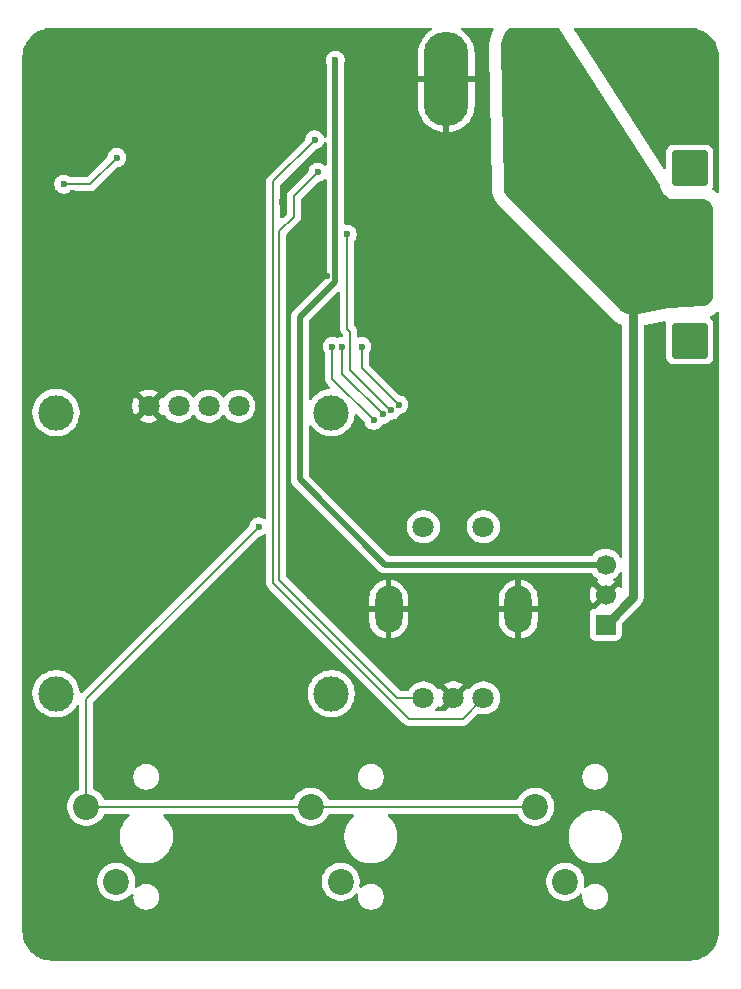
<source format=gbr>
%TF.GenerationSoftware,KiCad,Pcbnew,9.0.6*%
%TF.CreationDate,2026-01-14T19:17:06+00:00*%
%TF.ProjectId,Cinder,43696e64-6572-42e6-9b69-6361645f7063,rev?*%
%TF.SameCoordinates,Original*%
%TF.FileFunction,Copper,L1,Top*%
%TF.FilePolarity,Positive*%
%FSLAX46Y46*%
G04 Gerber Fmt 4.6, Leading zero omitted, Abs format (unit mm)*
G04 Created by KiCad (PCBNEW 9.0.6) date 2026-01-14 19:17:06*
%MOMM*%
%LPD*%
G01*
G04 APERTURE LIST*
G04 Aperture macros list*
%AMRoundRect*
0 Rectangle with rounded corners*
0 $1 Rounding radius*
0 $2 $3 $4 $5 $6 $7 $8 $9 X,Y pos of 4 corners*
0 Add a 4 corners polygon primitive as box body*
4,1,4,$2,$3,$4,$5,$6,$7,$8,$9,$2,$3,0*
0 Add four circle primitives for the rounded corners*
1,1,$1+$1,$2,$3*
1,1,$1+$1,$4,$5*
1,1,$1+$1,$6,$7*
1,1,$1+$1,$8,$9*
0 Add four rect primitives between the rounded corners*
20,1,$1+$1,$2,$3,$4,$5,0*
20,1,$1+$1,$4,$5,$6,$7,0*
20,1,$1+$1,$6,$7,$8,$9,0*
20,1,$1+$1,$8,$9,$2,$3,0*%
G04 Aperture macros list end*
%TA.AperFunction,ComponentPad*%
%ADD10RoundRect,0.150000X-1.350000X-1.350000X1.350000X-1.350000X1.350000X1.350000X-1.350000X1.350000X0*%
%TD*%
%TA.AperFunction,ComponentPad*%
%ADD11C,2.200000*%
%TD*%
%TA.AperFunction,ComponentPad*%
%ADD12C,1.800000*%
%TD*%
%TA.AperFunction,ComponentPad*%
%ADD13C,3.000000*%
%TD*%
%TA.AperFunction,ComponentPad*%
%ADD14O,3.800000X8.000000*%
%TD*%
%TA.AperFunction,ComponentPad*%
%ADD15R,1.700000X1.700000*%
%TD*%
%TA.AperFunction,ComponentPad*%
%ADD16C,1.700000*%
%TD*%
%TA.AperFunction,ComponentPad*%
%ADD17O,2.300000X4.000000*%
%TD*%
%TA.AperFunction,ViaPad*%
%ADD18C,0.600000*%
%TD*%
%TA.AperFunction,Conductor*%
%ADD19C,0.200000*%
%TD*%
%TA.AperFunction,Conductor*%
%ADD20C,0.500000*%
%TD*%
%TA.AperFunction,Conductor*%
%ADD21C,0.800000*%
%TD*%
G04 APERTURE END LIST*
D10*
%TO.P,J1,1,Pin_1*%
%TO.N,Net-(J1-Pin_1)*%
X182000000Y-72410000D03*
%TD*%
%TO.P,J2,1,Pin_1*%
%TO.N,+19V*%
X182000000Y-77000000D03*
%TD*%
%TO.P,J3,1,Pin_1*%
%TO.N,+19V*%
X182000000Y-82000000D03*
%TD*%
%TO.P,J4,1,Pin_1*%
%TO.N,Net-(J4-Pin_1)*%
X182000000Y-87000000D03*
%TD*%
D11*
%TO.P,SW1,2,2*%
%TO.N,SW2*%
X133460000Y-132810000D03*
%TO.P,SW1,1,1*%
%TO.N,+3.3V*%
X130920000Y-126460000D03*
%TD*%
%TO.P,SW2,2,2*%
%TO.N,SW1*%
X152460000Y-132810000D03*
%TO.P,SW2,1,1*%
%TO.N,+3.3V*%
X149920000Y-126460000D03*
%TD*%
%TO.P,SW3,2,2*%
%TO.N,SW3*%
X171460000Y-132810000D03*
%TO.P,SW3,1,1*%
%TO.N,+3.3V*%
X168920000Y-126460000D03*
%TD*%
D12*
%TO.P,U2,1,GND*%
%TO.N,GND*%
X136190000Y-92540000D03*
%TO.P,U2,2,VCC*%
%TO.N,+3.3V*%
X138730000Y-92540000D03*
%TO.P,U2,3,SCL*%
%TO.N,Net-(U1-GP1)*%
X141270000Y-92540000D03*
%TO.P,U2,4,SDA*%
%TO.N,Net-(U1-GP0)*%
X143810000Y-92540000D03*
D13*
%TO.P,U2,*%
%TO.N,*%
X128350000Y-93100000D03*
X151650000Y-93100000D03*
X128350000Y-116900000D03*
X151650000Y-116900000D03*
%TD*%
D14*
%TO.P,U3,4,-*%
%TO.N,GND*%
X161400000Y-64877500D03*
%TO.P,U3,3,+*%
%TO.N,+19V*%
X168600000Y-64877500D03*
%TD*%
D15*
%TO.P,U4,1,Vin*%
%TO.N,+19V*%
X174875000Y-111040000D03*
D16*
%TO.P,U4,2,GND*%
%TO.N,GND*%
X174875000Y-108500000D03*
%TO.P,U4,3,+Vo*%
%TO.N,+5V*%
X174875000Y-105960000D03*
%TD*%
D12*
%TO.P,SW9,A,A*%
%TO.N,EC2*%
X159460000Y-117250000D03*
%TO.P,SW9,C,C*%
%TO.N,GND*%
X162000000Y-117250000D03*
%TO.P,SW9,B,B*%
%TO.N,EC1*%
X164540000Y-117250000D03*
%TO.P,SW9,D,D*%
%TO.N,+3.3V*%
X159460000Y-102750000D03*
%TO.P,SW9,E,E*%
%TO.N,SW4*%
X164540000Y-102750000D03*
D17*
%TO.P,SW9,6,6*%
%TO.N,GND*%
X167500000Y-109750000D03*
%TO.P,SW9,7,7*%
X156500000Y-109750000D03*
%TD*%
D18*
%TO.N,GND*%
X161750000Y-81750000D03*
X161750000Y-85750000D03*
X159500000Y-84250000D03*
X159500000Y-83250000D03*
X161250000Y-82250000D03*
X162250000Y-82250000D03*
X164000000Y-83250000D03*
X164000000Y-84250000D03*
X161250000Y-86250000D03*
X162250000Y-86250000D03*
X161250000Y-85250000D03*
X162250000Y-85250000D03*
X159000000Y-76000000D03*
X160000000Y-76000000D03*
X161000000Y-76000000D03*
X159500000Y-76500000D03*
X160500000Y-76500000D03*
X159000000Y-77000000D03*
X160000000Y-77000000D03*
X161000000Y-77000000D03*
X135500000Y-67500000D03*
X128500000Y-62000000D03*
X147500000Y-70250000D03*
X147500000Y-75250000D03*
X129750000Y-74500000D03*
X149750000Y-82750000D03*
X151250000Y-81500000D03*
X142500000Y-93750000D03*
X140000000Y-90000000D03*
X142500000Y-89750000D03*
X128500000Y-87000000D03*
X129500000Y-81500000D03*
X128750000Y-77750000D03*
X128000000Y-73000000D03*
X131500000Y-70250000D03*
X128750000Y-69250000D03*
X151000000Y-74000000D03*
X151000000Y-71250000D03*
X150500000Y-90250000D03*
X150250000Y-87250000D03*
X163000000Y-101500000D03*
X164750000Y-99250000D03*
X165000000Y-96750000D03*
X169250000Y-95500000D03*
X166500000Y-95250000D03*
%TO.N,Net-(U1-GP3)*%
X129000000Y-73750000D03*
X133500000Y-71500000D03*
%TO.N,EC2*%
X150500000Y-72750000D03*
%TO.N,EC1*%
X150250000Y-70000000D03*
%TO.N,+3.3V*%
X145500000Y-102750000D03*
%TO.N,SW1*%
X153000000Y-78000000D03*
%TO.N,SW3*%
X154250000Y-87500000D03*
X157360501Y-92418905D03*
%TO.N,SW1*%
X156715544Y-92892228D03*
%TO.N,SW2*%
X152550003Y-87500000D03*
X156000000Y-93250000D03*
%TO.N,SW4*%
X151750000Y-87500000D03*
X155250000Y-93750000D03*
%TO.N,+5V*%
X152000000Y-63250000D03*
%TD*%
D19*
%TO.N,EC1*%
X146750000Y-73500000D02*
X150250000Y-70000000D01*
%TO.N,EC2*%
X148500000Y-76500000D02*
X148500000Y-74750000D01*
X148500000Y-74750000D02*
X150500000Y-72750000D01*
X147250000Y-77750000D02*
X148500000Y-76500000D01*
X147250000Y-107250000D02*
X147250000Y-77750000D01*
X157250000Y-117250000D02*
X147250000Y-107250000D01*
X159460000Y-117250000D02*
X157250000Y-117250000D01*
%TO.N,Net-(U1-GP3)*%
X129000000Y-73750000D02*
X131250000Y-73750000D01*
X131250000Y-73750000D02*
X133500000Y-71500000D01*
%TO.N,EC1*%
X146750000Y-78500000D02*
X146750000Y-73500000D01*
D20*
%TO.N,+5V*%
X152000000Y-82000000D02*
X149000000Y-85000000D01*
X152000000Y-63250000D02*
X152000000Y-82000000D01*
X149000000Y-98750000D02*
X156210000Y-105960000D01*
X156210000Y-105960000D02*
X174875000Y-105960000D01*
X149000000Y-85000000D02*
X149000000Y-98750000D01*
D19*
%TO.N,SW1*%
X156642228Y-92892228D02*
X156715544Y-92892228D01*
X153250000Y-89500000D02*
X156642228Y-92892228D01*
X153000000Y-86000000D02*
X153250000Y-86250000D01*
X153000000Y-78000000D02*
X153000000Y-86000000D01*
X153250000Y-86250000D02*
X153250000Y-89500000D01*
%TO.N,EC1*%
X146750000Y-105750000D02*
X146750000Y-78500000D01*
X146750000Y-107500000D02*
X146750000Y-105750000D01*
X158250000Y-119000000D02*
X146750000Y-107500000D01*
X162790000Y-119000000D02*
X158250000Y-119000000D01*
X164540000Y-117250000D02*
X162790000Y-119000000D01*
%TO.N,+3.3V*%
X130920000Y-117330000D02*
X145500000Y-102750000D01*
X130920000Y-126460000D02*
X130920000Y-117330000D01*
X149920000Y-126460000D02*
X130920000Y-126460000D01*
X168920000Y-126460000D02*
X149920000Y-126460000D01*
%TO.N,SW3*%
X154250000Y-89308404D02*
X154250000Y-87500000D01*
X157360501Y-92418905D02*
X154250000Y-89308404D01*
%TO.N,SW2*%
X152550003Y-89800003D02*
X156000000Y-93250000D01*
X152550003Y-87500000D02*
X152550003Y-89800003D01*
%TO.N,SW4*%
X151750000Y-90250000D02*
X151750000Y-87500000D01*
X155250000Y-93750000D02*
X151750000Y-90250000D01*
D21*
%TO.N,+19V*%
X177200000Y-84400000D02*
X168600000Y-75800000D01*
X168600000Y-75800000D02*
X168600000Y-64877500D01*
X177200000Y-84400000D02*
X179600000Y-82000000D01*
X177200000Y-108715000D02*
X177200000Y-84400000D01*
X179600000Y-82000000D02*
X182000000Y-82000000D01*
X174875000Y-111040000D02*
X177200000Y-108715000D01*
%TD*%
%TA.AperFunction,Conductor*%
%TO.N,+19V*%
G36*
X170881176Y-60520185D02*
G01*
X170893921Y-60529576D01*
X170902048Y-60536408D01*
X170911675Y-60544501D01*
X170928916Y-60562215D01*
X171041455Y-60703664D01*
X171048669Y-60713723D01*
X171988235Y-62172522D01*
X179482542Y-73808423D01*
X179501995Y-73866977D01*
X179505649Y-73919618D01*
X179505652Y-73919634D01*
X179554465Y-74127176D01*
X179554467Y-74127182D01*
X179554468Y-74127185D01*
X179640591Y-74322237D01*
X179640592Y-74322238D01*
X179761088Y-74498141D01*
X179761093Y-74498147D01*
X179911852Y-74648906D01*
X179911858Y-74648911D01*
X180091686Y-74772096D01*
X180125857Y-74807252D01*
X180250000Y-75000000D01*
X182993907Y-75000000D01*
X183006061Y-75000597D01*
X183182941Y-75018018D01*
X183206769Y-75022757D01*
X183371001Y-75072576D01*
X183393453Y-75081877D01*
X183544798Y-75162772D01*
X183565010Y-75176277D01*
X183697666Y-75285145D01*
X183714854Y-75302333D01*
X183823722Y-75434989D01*
X183837227Y-75455201D01*
X183918121Y-75606543D01*
X183927424Y-75629001D01*
X183977240Y-75793224D01*
X183981982Y-75817065D01*
X183999403Y-75993938D01*
X184000000Y-76006092D01*
X184000000Y-83058618D01*
X183999452Y-83070259D01*
X183983473Y-83239723D01*
X183979121Y-83262594D01*
X183933371Y-83420477D01*
X183924821Y-83442131D01*
X183850373Y-83588666D01*
X183837926Y-83608340D01*
X183737397Y-83738379D01*
X183721492Y-83755380D01*
X183598429Y-83864336D01*
X183579626Y-83878065D01*
X183438359Y-83962100D01*
X183417322Y-83972071D01*
X183262846Y-84028217D01*
X183240314Y-84034081D01*
X183072268Y-84061300D01*
X183060690Y-84062620D01*
X180308664Y-84246088D01*
X180308608Y-84246091D01*
X180250007Y-84249998D01*
X180194210Y-84260142D01*
X180194211Y-84260143D01*
X177591461Y-84733370D01*
X177585954Y-84734244D01*
X177505164Y-84745208D01*
X177494064Y-84746209D01*
X177417544Y-84749652D01*
X177412606Y-84749875D01*
X177407034Y-84750000D01*
X176920307Y-84750000D01*
X176908153Y-84749403D01*
X176731278Y-84731982D01*
X176707437Y-84727240D01*
X176543214Y-84677424D01*
X176520756Y-84668121D01*
X176369414Y-84587227D01*
X176349202Y-84573722D01*
X176211813Y-84460969D01*
X176202797Y-84452797D01*
X166538841Y-74788841D01*
X166530866Y-74780064D01*
X166524293Y-74772096D01*
X166420643Y-74646439D01*
X166407382Y-74626807D01*
X166360947Y-74541478D01*
X166327429Y-74479885D01*
X166318149Y-74458101D01*
X166267595Y-74298647D01*
X166262628Y-74275493D01*
X166242636Y-74103431D01*
X166241832Y-74091600D01*
X166238392Y-73919618D01*
X166003556Y-62177825D01*
X166003796Y-62167240D01*
X166013917Y-62012810D01*
X166017095Y-61991901D01*
X166053329Y-61841436D01*
X166056238Y-61831282D01*
X166295811Y-61112563D01*
X166300045Y-61101622D01*
X166369557Y-60944540D01*
X166381045Y-60924072D01*
X166475570Y-60787771D01*
X166490721Y-60769830D01*
X166609244Y-60653811D01*
X166627507Y-60639046D01*
X166765784Y-60547463D01*
X166786502Y-60536409D01*
X166804191Y-60529029D01*
X166849660Y-60510060D01*
X166897404Y-60500500D01*
X170814137Y-60500500D01*
X170881176Y-60520185D01*
G37*
%TD.AperFunction*%
%TD*%
%TA.AperFunction,Conductor*%
%TO.N,GND*%
G36*
X160149443Y-60520185D02*
G01*
X160195198Y-60572989D01*
X160205142Y-60642147D01*
X160176117Y-60705703D01*
X160148376Y-60729494D01*
X160009001Y-60817068D01*
X159798248Y-60985138D01*
X159607638Y-61175748D01*
X159439568Y-61386501D01*
X159296152Y-61614747D01*
X159179198Y-61857604D01*
X159179192Y-61857618D01*
X159090167Y-62112036D01*
X159090163Y-62112048D01*
X159030181Y-62374848D01*
X159030178Y-62374866D01*
X159000000Y-62642712D01*
X159000000Y-64627500D01*
X160691759Y-64627500D01*
X160678822Y-64658733D01*
X160650000Y-64803631D01*
X160650000Y-64951369D01*
X160678822Y-65096267D01*
X160691759Y-65127500D01*
X159000000Y-65127500D01*
X159000000Y-67112287D01*
X159030178Y-67380133D01*
X159030181Y-67380151D01*
X159090163Y-67642951D01*
X159090167Y-67642963D01*
X159179192Y-67897381D01*
X159179198Y-67897395D01*
X159296152Y-68140252D01*
X159439568Y-68368498D01*
X159607638Y-68579251D01*
X159798248Y-68769861D01*
X160009001Y-68937931D01*
X160237247Y-69081347D01*
X160480104Y-69198301D01*
X160480118Y-69198307D01*
X160734536Y-69287332D01*
X160734548Y-69287336D01*
X160997348Y-69347318D01*
X160997366Y-69347321D01*
X161149999Y-69364518D01*
X161150000Y-69364518D01*
X161150000Y-65585740D01*
X161181233Y-65598678D01*
X161326131Y-65627500D01*
X161473869Y-65627500D01*
X161618767Y-65598678D01*
X161650000Y-65585740D01*
X161650000Y-69364518D01*
X161802633Y-69347321D01*
X161802651Y-69347318D01*
X162065451Y-69287336D01*
X162065463Y-69287332D01*
X162319881Y-69198307D01*
X162319895Y-69198301D01*
X162562752Y-69081347D01*
X162790998Y-68937931D01*
X163001751Y-68769861D01*
X163192361Y-68579251D01*
X163360431Y-68368498D01*
X163503847Y-68140252D01*
X163620801Y-67897395D01*
X163620807Y-67897381D01*
X163709832Y-67642963D01*
X163709836Y-67642951D01*
X163769818Y-67380151D01*
X163769821Y-67380133D01*
X163799999Y-67112287D01*
X163800000Y-67112283D01*
X163800000Y-65127500D01*
X162108241Y-65127500D01*
X162121178Y-65096267D01*
X162150000Y-64951369D01*
X162150000Y-64803631D01*
X162121178Y-64658733D01*
X162108241Y-64627500D01*
X163800000Y-64627500D01*
X163800000Y-62642716D01*
X163799999Y-62642712D01*
X163769821Y-62374866D01*
X163769818Y-62374848D01*
X163709836Y-62112048D01*
X163709832Y-62112036D01*
X163620807Y-61857618D01*
X163620801Y-61857604D01*
X163503847Y-61614747D01*
X163360431Y-61386501D01*
X163192361Y-61175748D01*
X163001751Y-60985138D01*
X162790998Y-60817068D01*
X162651624Y-60729494D01*
X162605333Y-60677160D01*
X162594684Y-60608106D01*
X162623059Y-60544258D01*
X162681449Y-60505886D01*
X162717596Y-60500500D01*
X165276030Y-60500500D01*
X165343069Y-60520185D01*
X165388824Y-60572989D01*
X165398768Y-60642147D01*
X165389424Y-60674677D01*
X165380560Y-60694708D01*
X165362303Y-60738753D01*
X165358078Y-60749672D01*
X165341917Y-60794575D01*
X165102334Y-61513324D01*
X165089624Y-61554354D01*
X165086715Y-61564506D01*
X165075774Y-61606027D01*
X165039539Y-61756498D01*
X165023011Y-61840810D01*
X165020459Y-61857604D01*
X165019834Y-61861717D01*
X165010569Y-61947053D01*
X165000448Y-62101483D01*
X165000448Y-62101488D01*
X164998553Y-62144470D01*
X164998314Y-62155020D01*
X164998256Y-62197946D01*
X165236532Y-74111709D01*
X165238644Y-74159747D01*
X165239450Y-74171600D01*
X165243857Y-74219511D01*
X165263845Y-74391528D01*
X165263852Y-74391579D01*
X165279493Y-74486384D01*
X165279495Y-74486399D01*
X165284464Y-74509556D01*
X165284468Y-74509573D01*
X165309108Y-74602508D01*
X165309122Y-74602555D01*
X165359663Y-74761968D01*
X165393088Y-74852172D01*
X165393091Y-74852180D01*
X165402372Y-74873966D01*
X165444244Y-74960527D01*
X165492988Y-75050097D01*
X165524188Y-75107430D01*
X165524197Y-75107445D01*
X165524204Y-75107457D01*
X165574168Y-75189644D01*
X165587421Y-75209264D01*
X165632697Y-75269833D01*
X165644977Y-75286261D01*
X165720928Y-75378338D01*
X165755216Y-75419906D01*
X165786671Y-75456232D01*
X165786684Y-75456247D01*
X165794659Y-75465024D01*
X165827845Y-75499837D01*
X175491801Y-85163793D01*
X175527528Y-85197808D01*
X175527543Y-85197822D01*
X175536523Y-85205962D01*
X175573941Y-85238240D01*
X175711297Y-85350966D01*
X175711302Y-85350969D01*
X175711317Y-85350982D01*
X175790583Y-85409769D01*
X175810795Y-85423274D01*
X175867738Y-85457404D01*
X175895422Y-85473997D01*
X175895430Y-85474002D01*
X175945872Y-85500963D01*
X176046767Y-85554893D01*
X176046797Y-85554907D01*
X176135926Y-85597064D01*
X176135943Y-85597071D01*
X176135947Y-85597073D01*
X176158405Y-85606376D01*
X176217277Y-85627441D01*
X176273763Y-85668558D01*
X176299055Y-85733690D01*
X176299500Y-85744191D01*
X176299500Y-105264509D01*
X176279815Y-105331548D01*
X176227011Y-105377303D01*
X176157853Y-105387247D01*
X176094297Y-105358222D01*
X176065016Y-105320804D01*
X176030052Y-105252185D01*
X176030051Y-105252184D01*
X175905109Y-105080213D01*
X175754786Y-104929890D01*
X175582820Y-104804951D01*
X175393414Y-104708444D01*
X175393413Y-104708443D01*
X175393412Y-104708443D01*
X175191243Y-104642754D01*
X175191241Y-104642753D01*
X175191240Y-104642753D01*
X175029957Y-104617208D01*
X174981287Y-104609500D01*
X174768713Y-104609500D01*
X174720042Y-104617208D01*
X174558760Y-104642753D01*
X174356585Y-104708444D01*
X174167179Y-104804951D01*
X173995213Y-104929890D01*
X173844892Y-105080211D01*
X173788097Y-105158385D01*
X173732767Y-105201051D01*
X173687779Y-105209500D01*
X156572230Y-105209500D01*
X156505191Y-105189815D01*
X156484549Y-105173181D01*
X153951146Y-102639778D01*
X158059500Y-102639778D01*
X158059500Y-102860221D01*
X158093985Y-103077952D01*
X158162103Y-103287603D01*
X158162104Y-103287606D01*
X158222055Y-103405263D01*
X158249636Y-103459394D01*
X158262187Y-103484025D01*
X158391752Y-103662358D01*
X158391756Y-103662363D01*
X158547636Y-103818243D01*
X158547641Y-103818247D01*
X158703192Y-103931260D01*
X158725978Y-103947815D01*
X158854375Y-104013237D01*
X158922393Y-104047895D01*
X158922396Y-104047896D01*
X159027221Y-104081955D01*
X159132049Y-104116015D01*
X159349778Y-104150500D01*
X159349779Y-104150500D01*
X159570221Y-104150500D01*
X159570222Y-104150500D01*
X159787951Y-104116015D01*
X159997606Y-104047895D01*
X160194022Y-103947815D01*
X160372365Y-103818242D01*
X160528242Y-103662365D01*
X160657815Y-103484022D01*
X160757895Y-103287606D01*
X160826015Y-103077951D01*
X160860500Y-102860222D01*
X160860500Y-102639778D01*
X163139500Y-102639778D01*
X163139500Y-102860221D01*
X163173985Y-103077952D01*
X163242103Y-103287603D01*
X163242104Y-103287606D01*
X163302055Y-103405263D01*
X163329636Y-103459394D01*
X163342187Y-103484025D01*
X163471752Y-103662358D01*
X163471756Y-103662363D01*
X163627636Y-103818243D01*
X163627641Y-103818247D01*
X163783192Y-103931260D01*
X163805978Y-103947815D01*
X163934375Y-104013237D01*
X164002393Y-104047895D01*
X164002396Y-104047896D01*
X164107221Y-104081955D01*
X164212049Y-104116015D01*
X164429778Y-104150500D01*
X164429779Y-104150500D01*
X164650221Y-104150500D01*
X164650222Y-104150500D01*
X164867951Y-104116015D01*
X165077606Y-104047895D01*
X165274022Y-103947815D01*
X165452365Y-103818242D01*
X165608242Y-103662365D01*
X165737815Y-103484022D01*
X165837895Y-103287606D01*
X165906015Y-103077951D01*
X165940500Y-102860222D01*
X165940500Y-102639778D01*
X165906015Y-102422049D01*
X165846771Y-102239711D01*
X165837896Y-102212396D01*
X165837895Y-102212393D01*
X165781663Y-102102034D01*
X165737815Y-102015978D01*
X165689516Y-101949500D01*
X165608247Y-101837641D01*
X165608243Y-101837636D01*
X165452363Y-101681756D01*
X165452358Y-101681752D01*
X165274025Y-101552187D01*
X165274024Y-101552186D01*
X165274022Y-101552185D01*
X165211096Y-101520122D01*
X165077606Y-101452104D01*
X165077603Y-101452103D01*
X164867952Y-101383985D01*
X164759086Y-101366742D01*
X164650222Y-101349500D01*
X164429778Y-101349500D01*
X164357201Y-101360995D01*
X164212047Y-101383985D01*
X164002396Y-101452103D01*
X164002393Y-101452104D01*
X163805974Y-101552187D01*
X163627641Y-101681752D01*
X163627636Y-101681756D01*
X163471756Y-101837636D01*
X163471752Y-101837641D01*
X163342187Y-102015974D01*
X163242104Y-102212393D01*
X163242103Y-102212396D01*
X163173985Y-102422047D01*
X163139500Y-102639778D01*
X160860500Y-102639778D01*
X160826015Y-102422049D01*
X160766771Y-102239711D01*
X160757896Y-102212396D01*
X160757895Y-102212393D01*
X160701663Y-102102034D01*
X160657815Y-102015978D01*
X160609516Y-101949500D01*
X160528247Y-101837641D01*
X160528243Y-101837636D01*
X160372363Y-101681756D01*
X160372358Y-101681752D01*
X160194025Y-101552187D01*
X160194024Y-101552186D01*
X160194022Y-101552185D01*
X160131096Y-101520122D01*
X159997606Y-101452104D01*
X159997603Y-101452103D01*
X159787952Y-101383985D01*
X159679086Y-101366742D01*
X159570222Y-101349500D01*
X159349778Y-101349500D01*
X159277201Y-101360995D01*
X159132047Y-101383985D01*
X158922396Y-101452103D01*
X158922393Y-101452104D01*
X158725974Y-101552187D01*
X158547641Y-101681752D01*
X158547636Y-101681756D01*
X158391756Y-101837636D01*
X158391752Y-101837641D01*
X158262187Y-102015974D01*
X158162104Y-102212393D01*
X158162103Y-102212396D01*
X158093985Y-102422047D01*
X158059500Y-102639778D01*
X153951146Y-102639778D01*
X149786819Y-98475451D01*
X149753334Y-98414128D01*
X149750500Y-98387770D01*
X149750500Y-94273744D01*
X149770185Y-94206705D01*
X149822989Y-94160950D01*
X149892147Y-94151006D01*
X149955703Y-94180031D01*
X149980805Y-94210434D01*
X149980819Y-94210426D01*
X149980907Y-94210558D01*
X149981888Y-94211746D01*
X149983075Y-94213802D01*
X150142718Y-94421851D01*
X150142726Y-94421860D01*
X150328140Y-94607274D01*
X150328148Y-94607281D01*
X150536196Y-94766924D01*
X150763299Y-94898041D01*
X150763309Y-94898046D01*
X151005571Y-94998394D01*
X151005581Y-94998398D01*
X151258884Y-95066270D01*
X151518880Y-95100500D01*
X151518887Y-95100500D01*
X151781113Y-95100500D01*
X151781120Y-95100500D01*
X152041116Y-95066270D01*
X152294419Y-94998398D01*
X152536697Y-94898043D01*
X152763803Y-94766924D01*
X152971851Y-94607282D01*
X152971855Y-94607277D01*
X152971860Y-94607274D01*
X153157274Y-94421860D01*
X153157277Y-94421855D01*
X153157282Y-94421851D01*
X153316924Y-94213803D01*
X153448043Y-93986697D01*
X153449369Y-93983497D01*
X153481665Y-93905526D01*
X153548398Y-93744419D01*
X153616270Y-93491116D01*
X153644598Y-93275947D01*
X153672865Y-93212052D01*
X153731189Y-93173581D01*
X153801054Y-93172750D01*
X153855218Y-93204453D01*
X154415425Y-93764660D01*
X154448910Y-93825983D01*
X154449361Y-93828149D01*
X154480261Y-93983491D01*
X154480264Y-93983501D01*
X154540602Y-94129172D01*
X154540609Y-94129185D01*
X154628210Y-94260288D01*
X154628213Y-94260292D01*
X154739707Y-94371786D01*
X154739711Y-94371789D01*
X154870814Y-94459390D01*
X154870827Y-94459397D01*
X155016498Y-94519735D01*
X155016503Y-94519737D01*
X155171153Y-94550499D01*
X155171156Y-94550500D01*
X155171158Y-94550500D01*
X155328844Y-94550500D01*
X155328845Y-94550499D01*
X155483497Y-94519737D01*
X155629179Y-94459394D01*
X155760289Y-94371789D01*
X155871789Y-94260289D01*
X155959394Y-94129179D01*
X155960275Y-94127049D01*
X155961035Y-94126106D01*
X155962264Y-94123809D01*
X155962699Y-94124041D01*
X156004115Y-94072646D01*
X156070408Y-94050579D01*
X156074838Y-94050500D01*
X156078844Y-94050500D01*
X156078845Y-94050499D01*
X156233497Y-94019737D01*
X156379179Y-93959394D01*
X156510289Y-93871789D01*
X156621789Y-93760289D01*
X156630108Y-93747837D01*
X156683719Y-93703033D01*
X156733211Y-93692728D01*
X156794388Y-93692728D01*
X156794389Y-93692727D01*
X156949041Y-93661965D01*
X157094723Y-93601622D01*
X157225833Y-93514017D01*
X157337333Y-93402517D01*
X157424938Y-93271407D01*
X157424945Y-93271388D01*
X157426672Y-93268160D01*
X157428034Y-93266772D01*
X157428323Y-93266341D01*
X157428404Y-93266395D01*
X157475628Y-93218309D01*
X157511841Y-93204983D01*
X157593998Y-93188642D01*
X157739680Y-93128299D01*
X157870790Y-93040694D01*
X157982290Y-92929194D01*
X158069895Y-92798084D01*
X158130238Y-92652402D01*
X158161001Y-92497747D01*
X158161001Y-92340063D01*
X158161001Y-92340060D01*
X158161000Y-92340058D01*
X158160463Y-92337360D01*
X158130238Y-92185408D01*
X158130236Y-92185403D01*
X158069898Y-92039732D01*
X158069891Y-92039719D01*
X157982290Y-91908616D01*
X157982287Y-91908612D01*
X157870793Y-91797118D01*
X157870789Y-91797115D01*
X157739686Y-91709514D01*
X157739673Y-91709507D01*
X157594002Y-91649169D01*
X157593992Y-91649166D01*
X157438652Y-91618267D01*
X157376742Y-91585882D01*
X157375163Y-91584331D01*
X154886819Y-89095987D01*
X154853334Y-89034664D01*
X154850500Y-89008306D01*
X154850500Y-88079765D01*
X154870185Y-88012726D01*
X154871398Y-88010874D01*
X154959390Y-87879185D01*
X154959390Y-87879184D01*
X154959394Y-87879179D01*
X155019737Y-87733497D01*
X155050500Y-87578842D01*
X155050500Y-87421158D01*
X155050500Y-87421155D01*
X155050499Y-87421153D01*
X155019738Y-87266510D01*
X155019737Y-87266503D01*
X155019735Y-87266498D01*
X154959397Y-87120827D01*
X154959390Y-87120814D01*
X154871789Y-86989711D01*
X154871786Y-86989707D01*
X154760292Y-86878213D01*
X154760288Y-86878210D01*
X154629185Y-86790609D01*
X154629172Y-86790602D01*
X154483501Y-86730264D01*
X154483489Y-86730261D01*
X154328845Y-86699500D01*
X154328842Y-86699500D01*
X154171158Y-86699500D01*
X154171155Y-86699500D01*
X154016510Y-86730261D01*
X154010676Y-86732031D01*
X154009873Y-86729385D01*
X153952056Y-86735396D01*
X153889687Y-86703902D01*
X153854245Y-86643689D01*
X153850500Y-86613444D01*
X153850500Y-86170945D01*
X153850500Y-86170943D01*
X153809577Y-86018216D01*
X153749022Y-85913330D01*
X153730524Y-85881290D01*
X153730521Y-85881286D01*
X153730520Y-85881284D01*
X153636818Y-85787582D01*
X153603334Y-85726258D01*
X153600500Y-85699901D01*
X153600500Y-78579765D01*
X153620185Y-78512726D01*
X153621398Y-78510874D01*
X153709390Y-78379185D01*
X153709390Y-78379184D01*
X153709394Y-78379179D01*
X153769737Y-78233497D01*
X153800500Y-78078842D01*
X153800500Y-77921158D01*
X153800500Y-77921155D01*
X153800499Y-77921153D01*
X153769738Y-77766510D01*
X153769737Y-77766503D01*
X153769735Y-77766498D01*
X153709397Y-77620827D01*
X153709390Y-77620814D01*
X153621789Y-77489711D01*
X153621786Y-77489707D01*
X153510292Y-77378213D01*
X153510288Y-77378210D01*
X153379185Y-77290609D01*
X153379172Y-77290602D01*
X153233501Y-77230264D01*
X153233489Y-77230261D01*
X153078845Y-77199500D01*
X153078842Y-77199500D01*
X152921158Y-77199500D01*
X152898690Y-77203969D01*
X152829099Y-77197740D01*
X152773922Y-77154877D01*
X152750678Y-77088987D01*
X152750500Y-77082351D01*
X152750500Y-63554604D01*
X152759939Y-63507151D01*
X152769737Y-63483497D01*
X152800500Y-63328842D01*
X152800500Y-63171158D01*
X152800500Y-63171155D01*
X152800499Y-63171153D01*
X152769738Y-63016510D01*
X152769737Y-63016503D01*
X152762901Y-63000000D01*
X152709397Y-62870827D01*
X152709390Y-62870814D01*
X152621789Y-62739711D01*
X152621786Y-62739707D01*
X152510292Y-62628213D01*
X152510288Y-62628210D01*
X152379185Y-62540609D01*
X152379172Y-62540602D01*
X152233501Y-62480264D01*
X152233489Y-62480261D01*
X152078845Y-62449500D01*
X152078842Y-62449500D01*
X151921158Y-62449500D01*
X151921155Y-62449500D01*
X151766510Y-62480261D01*
X151766498Y-62480264D01*
X151620827Y-62540602D01*
X151620814Y-62540609D01*
X151489711Y-62628210D01*
X151489707Y-62628213D01*
X151378213Y-62739707D01*
X151378210Y-62739711D01*
X151290609Y-62870814D01*
X151290602Y-62870827D01*
X151230264Y-63016498D01*
X151230261Y-63016510D01*
X151199500Y-63171153D01*
X151199500Y-63328846D01*
X151230261Y-63483489D01*
X151230263Y-63483497D01*
X151240061Y-63507151D01*
X151249500Y-63554604D01*
X151249500Y-69697809D01*
X151229815Y-69764848D01*
X151177011Y-69810603D01*
X151107853Y-69820547D01*
X151044297Y-69791522D01*
X151010939Y-69745261D01*
X150959397Y-69620827D01*
X150959390Y-69620814D01*
X150871789Y-69489711D01*
X150871786Y-69489707D01*
X150760292Y-69378213D01*
X150760288Y-69378210D01*
X150629185Y-69290609D01*
X150629172Y-69290602D01*
X150483501Y-69230264D01*
X150483489Y-69230261D01*
X150328845Y-69199500D01*
X150328842Y-69199500D01*
X150171158Y-69199500D01*
X150171155Y-69199500D01*
X150016510Y-69230261D01*
X150016498Y-69230264D01*
X149870827Y-69290602D01*
X149870814Y-69290609D01*
X149739711Y-69378210D01*
X149739707Y-69378213D01*
X149628213Y-69489707D01*
X149628210Y-69489711D01*
X149540609Y-69620814D01*
X149540602Y-69620827D01*
X149480264Y-69766498D01*
X149480261Y-69766508D01*
X149449361Y-69921850D01*
X149416976Y-69983761D01*
X149415425Y-69985339D01*
X146269481Y-73131282D01*
X146269479Y-73131285D01*
X146219361Y-73218094D01*
X146219359Y-73218096D01*
X146190425Y-73268209D01*
X146190424Y-73268210D01*
X146190423Y-73268215D01*
X146149499Y-73420943D01*
X146149499Y-73420945D01*
X146149499Y-73589046D01*
X146149500Y-73589059D01*
X146149500Y-101989240D01*
X146129815Y-102056279D01*
X146077011Y-102102034D01*
X146007853Y-102111978D01*
X145956610Y-102092342D01*
X145879190Y-102040612D01*
X145879172Y-102040602D01*
X145733501Y-101980264D01*
X145733489Y-101980261D01*
X145578845Y-101949500D01*
X145578842Y-101949500D01*
X145421158Y-101949500D01*
X145421155Y-101949500D01*
X145266510Y-101980261D01*
X145266498Y-101980264D01*
X145120827Y-102040602D01*
X145120814Y-102040609D01*
X144989711Y-102128210D01*
X144989707Y-102128213D01*
X144878213Y-102239707D01*
X144878210Y-102239711D01*
X144790609Y-102370814D01*
X144790602Y-102370827D01*
X144730264Y-102516498D01*
X144730261Y-102516508D01*
X144699362Y-102671848D01*
X144666977Y-102733759D01*
X144665426Y-102735337D01*
X130561035Y-116839728D01*
X130499712Y-116873213D01*
X130430020Y-116868229D01*
X130374087Y-116826357D01*
X130350415Y-116768233D01*
X130345698Y-116732412D01*
X130316270Y-116508884D01*
X130248398Y-116255581D01*
X130248394Y-116255571D01*
X130148046Y-116013309D01*
X130148041Y-116013299D01*
X130016924Y-115786196D01*
X129857281Y-115578148D01*
X129857274Y-115578140D01*
X129671860Y-115392726D01*
X129671851Y-115392718D01*
X129463803Y-115233075D01*
X129236700Y-115101958D01*
X129236690Y-115101953D01*
X128994428Y-115001605D01*
X128994421Y-115001603D01*
X128994419Y-115001602D01*
X128741116Y-114933730D01*
X128683339Y-114926123D01*
X128481127Y-114899500D01*
X128481120Y-114899500D01*
X128218880Y-114899500D01*
X128218872Y-114899500D01*
X127987772Y-114929926D01*
X127958884Y-114933730D01*
X127705581Y-115001602D01*
X127705571Y-115001605D01*
X127463309Y-115101953D01*
X127463299Y-115101958D01*
X127236196Y-115233075D01*
X127028148Y-115392718D01*
X126842718Y-115578148D01*
X126683075Y-115786196D01*
X126551958Y-116013299D01*
X126551953Y-116013309D01*
X126451605Y-116255571D01*
X126451602Y-116255581D01*
X126387794Y-116493719D01*
X126383730Y-116508885D01*
X126349500Y-116768872D01*
X126349500Y-117031127D01*
X126358333Y-117098215D01*
X126383730Y-117291116D01*
X126451602Y-117544418D01*
X126451605Y-117544428D01*
X126551953Y-117786690D01*
X126551958Y-117786700D01*
X126683075Y-118013803D01*
X126842718Y-118221851D01*
X126842726Y-118221860D01*
X127028140Y-118407274D01*
X127028148Y-118407281D01*
X127236196Y-118566924D01*
X127463299Y-118698041D01*
X127463309Y-118698046D01*
X127705571Y-118798394D01*
X127705581Y-118798398D01*
X127958884Y-118866270D01*
X128218880Y-118900500D01*
X128218887Y-118900500D01*
X128481113Y-118900500D01*
X128481120Y-118900500D01*
X128741116Y-118866270D01*
X128994419Y-118798398D01*
X129236697Y-118698043D01*
X129463803Y-118566924D01*
X129671851Y-118407282D01*
X129671855Y-118407277D01*
X129671860Y-118407274D01*
X129857274Y-118221860D01*
X129857277Y-118221855D01*
X129857282Y-118221851D01*
X130016924Y-118013803D01*
X130088113Y-117890498D01*
X130138679Y-117842284D01*
X130207286Y-117829060D01*
X130272151Y-117855028D01*
X130312680Y-117911942D01*
X130319500Y-117952499D01*
X130319500Y-124893699D01*
X130299815Y-124960738D01*
X130251795Y-125004184D01*
X130081151Y-125091132D01*
X129877350Y-125239201D01*
X129877345Y-125239205D01*
X129699205Y-125417345D01*
X129699201Y-125417350D01*
X129551132Y-125621151D01*
X129436760Y-125845616D01*
X129358910Y-126085214D01*
X129319500Y-126334038D01*
X129319500Y-126585961D01*
X129358910Y-126834785D01*
X129436760Y-127074383D01*
X129501860Y-127202147D01*
X129542993Y-127282876D01*
X129551132Y-127298848D01*
X129699201Y-127502649D01*
X129699205Y-127502654D01*
X129877345Y-127680794D01*
X129877350Y-127680798D01*
X130055117Y-127809952D01*
X130081155Y-127828870D01*
X130224184Y-127901747D01*
X130305616Y-127943239D01*
X130305618Y-127943239D01*
X130305621Y-127943241D01*
X130545215Y-128021090D01*
X130794038Y-128060500D01*
X130794039Y-128060500D01*
X131045961Y-128060500D01*
X131045962Y-128060500D01*
X131294785Y-128021090D01*
X131534379Y-127943241D01*
X131758845Y-127828870D01*
X131962656Y-127680793D01*
X132140793Y-127502656D01*
X132288870Y-127298845D01*
X132375815Y-127128204D01*
X132423789Y-127077409D01*
X132486300Y-127060500D01*
X134465462Y-127060500D01*
X134532501Y-127080185D01*
X134578256Y-127132989D01*
X134588200Y-127202147D01*
X134559175Y-127265703D01*
X134540948Y-127282876D01*
X134512959Y-127304352D01*
X134512952Y-127304358D01*
X134304358Y-127512952D01*
X134304352Y-127512959D01*
X134124761Y-127747006D01*
X133977258Y-128002489D01*
X133977254Y-128002499D01*
X133864364Y-128275038D01*
X133864361Y-128275048D01*
X133788008Y-128560004D01*
X133788006Y-128560015D01*
X133749500Y-128852486D01*
X133749500Y-129147513D01*
X133781571Y-129391113D01*
X133788007Y-129439993D01*
X133788008Y-129439995D01*
X133864361Y-129724951D01*
X133864364Y-129724961D01*
X133977254Y-129997500D01*
X133977258Y-129997510D01*
X134124761Y-130252993D01*
X134304352Y-130487040D01*
X134304358Y-130487047D01*
X134512952Y-130695641D01*
X134512959Y-130695647D01*
X134747006Y-130875238D01*
X135002489Y-131022741D01*
X135002490Y-131022741D01*
X135002493Y-131022743D01*
X135275048Y-131135639D01*
X135560007Y-131211993D01*
X135852494Y-131250500D01*
X135852501Y-131250500D01*
X136147499Y-131250500D01*
X136147506Y-131250500D01*
X136439993Y-131211993D01*
X136724952Y-131135639D01*
X136997507Y-131022743D01*
X137252994Y-130875238D01*
X137487042Y-130695646D01*
X137695646Y-130487042D01*
X137875238Y-130252994D01*
X138022743Y-129997507D01*
X138135639Y-129724952D01*
X138211993Y-129439993D01*
X138250500Y-129147506D01*
X138250500Y-128852494D01*
X138211993Y-128560007D01*
X138135639Y-128275048D01*
X138022743Y-128002493D01*
X137875238Y-127747006D01*
X137695646Y-127512958D01*
X137695641Y-127512952D01*
X137487047Y-127304358D01*
X137487040Y-127304352D01*
X137459052Y-127282876D01*
X137417849Y-127226448D01*
X137413694Y-127156702D01*
X137447906Y-127095782D01*
X137509624Y-127063029D01*
X137534538Y-127060500D01*
X148353700Y-127060500D01*
X148420739Y-127080185D01*
X148464184Y-127128204D01*
X148542993Y-127282876D01*
X148551132Y-127298848D01*
X148699201Y-127502649D01*
X148699205Y-127502654D01*
X148877345Y-127680794D01*
X148877350Y-127680798D01*
X149055117Y-127809952D01*
X149081155Y-127828870D01*
X149224184Y-127901747D01*
X149305616Y-127943239D01*
X149305618Y-127943239D01*
X149305621Y-127943241D01*
X149545215Y-128021090D01*
X149794038Y-128060500D01*
X149794039Y-128060500D01*
X150045961Y-128060500D01*
X150045962Y-128060500D01*
X150294785Y-128021090D01*
X150534379Y-127943241D01*
X150758845Y-127828870D01*
X150962656Y-127680793D01*
X151140793Y-127502656D01*
X151288870Y-127298845D01*
X151375815Y-127128204D01*
X151423789Y-127077409D01*
X151486300Y-127060500D01*
X153465462Y-127060500D01*
X153532501Y-127080185D01*
X153578256Y-127132989D01*
X153588200Y-127202147D01*
X153559175Y-127265703D01*
X153540948Y-127282876D01*
X153512959Y-127304352D01*
X153512952Y-127304358D01*
X153304358Y-127512952D01*
X153304352Y-127512959D01*
X153124761Y-127747006D01*
X152977258Y-128002489D01*
X152977254Y-128002499D01*
X152864364Y-128275038D01*
X152864361Y-128275048D01*
X152788008Y-128560004D01*
X152788006Y-128560015D01*
X152749500Y-128852486D01*
X152749500Y-129147513D01*
X152781571Y-129391113D01*
X152788007Y-129439993D01*
X152788008Y-129439995D01*
X152864361Y-129724951D01*
X152864364Y-129724961D01*
X152977254Y-129997500D01*
X152977258Y-129997510D01*
X153124761Y-130252993D01*
X153304352Y-130487040D01*
X153304358Y-130487047D01*
X153512952Y-130695641D01*
X153512959Y-130695647D01*
X153747006Y-130875238D01*
X154002489Y-131022741D01*
X154002490Y-131022741D01*
X154002493Y-131022743D01*
X154275048Y-131135639D01*
X154560007Y-131211993D01*
X154852494Y-131250500D01*
X154852501Y-131250500D01*
X155147499Y-131250500D01*
X155147506Y-131250500D01*
X155439993Y-131211993D01*
X155724952Y-131135639D01*
X155997507Y-131022743D01*
X156252994Y-130875238D01*
X156487042Y-130695646D01*
X156695646Y-130487042D01*
X156875238Y-130252994D01*
X157022743Y-129997507D01*
X157135639Y-129724952D01*
X157211993Y-129439993D01*
X157250500Y-129147506D01*
X157250500Y-128852494D01*
X157250499Y-128852486D01*
X171749500Y-128852486D01*
X171749500Y-129147513D01*
X171781571Y-129391113D01*
X171788007Y-129439993D01*
X171788008Y-129439995D01*
X171864361Y-129724951D01*
X171864364Y-129724961D01*
X171977254Y-129997500D01*
X171977258Y-129997510D01*
X172124761Y-130252993D01*
X172304352Y-130487040D01*
X172304358Y-130487047D01*
X172512952Y-130695641D01*
X172512959Y-130695647D01*
X172747006Y-130875238D01*
X173002489Y-131022741D01*
X173002490Y-131022741D01*
X173002493Y-131022743D01*
X173275048Y-131135639D01*
X173560007Y-131211993D01*
X173852494Y-131250500D01*
X173852501Y-131250500D01*
X174147499Y-131250500D01*
X174147506Y-131250500D01*
X174439993Y-131211993D01*
X174724952Y-131135639D01*
X174997507Y-131022743D01*
X175252994Y-130875238D01*
X175487042Y-130695646D01*
X175695646Y-130487042D01*
X175875238Y-130252994D01*
X176022743Y-129997507D01*
X176135639Y-129724952D01*
X176211993Y-129439993D01*
X176250500Y-129147506D01*
X176250500Y-128852494D01*
X176211993Y-128560007D01*
X176135639Y-128275048D01*
X176022743Y-128002493D01*
X175875238Y-127747006D01*
X175695646Y-127512958D01*
X175695641Y-127512952D01*
X175487047Y-127304358D01*
X175487040Y-127304352D01*
X175252993Y-127124761D01*
X174997510Y-126977258D01*
X174997500Y-126977254D01*
X174724961Y-126864364D01*
X174724954Y-126864362D01*
X174724952Y-126864361D01*
X174439993Y-126788007D01*
X174391113Y-126781571D01*
X174147513Y-126749500D01*
X174147506Y-126749500D01*
X173852494Y-126749500D01*
X173852486Y-126749500D01*
X173574085Y-126786153D01*
X173560007Y-126788007D01*
X173385428Y-126834785D01*
X173275048Y-126864361D01*
X173275038Y-126864364D01*
X173002499Y-126977254D01*
X173002489Y-126977258D01*
X172747006Y-127124761D01*
X172512959Y-127304352D01*
X172512952Y-127304358D01*
X172304358Y-127512952D01*
X172304352Y-127512959D01*
X172124761Y-127747006D01*
X171977258Y-128002489D01*
X171977254Y-128002499D01*
X171864364Y-128275038D01*
X171864361Y-128275048D01*
X171788008Y-128560004D01*
X171788006Y-128560015D01*
X171749500Y-128852486D01*
X157250499Y-128852486D01*
X157211993Y-128560007D01*
X157135639Y-128275048D01*
X157022743Y-128002493D01*
X156875238Y-127747006D01*
X156695646Y-127512958D01*
X156695641Y-127512952D01*
X156487047Y-127304358D01*
X156487040Y-127304352D01*
X156459052Y-127282876D01*
X156417849Y-127226448D01*
X156413694Y-127156702D01*
X156447906Y-127095782D01*
X156509624Y-127063029D01*
X156534538Y-127060500D01*
X167353700Y-127060500D01*
X167420739Y-127080185D01*
X167464184Y-127128204D01*
X167542993Y-127282876D01*
X167551132Y-127298848D01*
X167699201Y-127502649D01*
X167699205Y-127502654D01*
X167877345Y-127680794D01*
X167877350Y-127680798D01*
X168055117Y-127809952D01*
X168081155Y-127828870D01*
X168224184Y-127901747D01*
X168305616Y-127943239D01*
X168305618Y-127943239D01*
X168305621Y-127943241D01*
X168545215Y-128021090D01*
X168794038Y-128060500D01*
X168794039Y-128060500D01*
X169045961Y-128060500D01*
X169045962Y-128060500D01*
X169294785Y-128021090D01*
X169534379Y-127943241D01*
X169758845Y-127828870D01*
X169962656Y-127680793D01*
X170140793Y-127502656D01*
X170288870Y-127298845D01*
X170403241Y-127074379D01*
X170481090Y-126834785D01*
X170520500Y-126585962D01*
X170520500Y-126334038D01*
X170481090Y-126085215D01*
X170403241Y-125845621D01*
X170403239Y-125845618D01*
X170403239Y-125845616D01*
X170361747Y-125764184D01*
X170288870Y-125621155D01*
X170269952Y-125595117D01*
X170140798Y-125417350D01*
X170140794Y-125417345D01*
X169962654Y-125239205D01*
X169962649Y-125239201D01*
X169758848Y-125091132D01*
X169758847Y-125091131D01*
X169758845Y-125091130D01*
X169688747Y-125055413D01*
X169534383Y-124976760D01*
X169294785Y-124898910D01*
X169261884Y-124893699D01*
X169045962Y-124859500D01*
X168794038Y-124859500D01*
X168669626Y-124879205D01*
X168545214Y-124898910D01*
X168305616Y-124976760D01*
X168081151Y-125091132D01*
X167877350Y-125239201D01*
X167877345Y-125239205D01*
X167699205Y-125417345D01*
X167699201Y-125417350D01*
X167551132Y-125621151D01*
X167464185Y-125791795D01*
X167416211Y-125842591D01*
X167353700Y-125859500D01*
X151486300Y-125859500D01*
X151419261Y-125839815D01*
X151375815Y-125791795D01*
X151288870Y-125621155D01*
X151269952Y-125595117D01*
X151140798Y-125417350D01*
X151140794Y-125417345D01*
X150962654Y-125239205D01*
X150962649Y-125239201D01*
X150758848Y-125091132D01*
X150758847Y-125091131D01*
X150758845Y-125091130D01*
X150688747Y-125055413D01*
X150534383Y-124976760D01*
X150294785Y-124898910D01*
X150261884Y-124893699D01*
X150045962Y-124859500D01*
X149794038Y-124859500D01*
X149669626Y-124879205D01*
X149545214Y-124898910D01*
X149305616Y-124976760D01*
X149081151Y-125091132D01*
X148877350Y-125239201D01*
X148877345Y-125239205D01*
X148699205Y-125417345D01*
X148699201Y-125417350D01*
X148551132Y-125621151D01*
X148464185Y-125791795D01*
X148416211Y-125842591D01*
X148353700Y-125859500D01*
X132486300Y-125859500D01*
X132419261Y-125839815D01*
X132375815Y-125791795D01*
X132288870Y-125621155D01*
X132269952Y-125595117D01*
X132140798Y-125417350D01*
X132140794Y-125417345D01*
X131962654Y-125239205D01*
X131962649Y-125239201D01*
X131758848Y-125091132D01*
X131758847Y-125091131D01*
X131758845Y-125091130D01*
X131689186Y-125055637D01*
X131588205Y-125004184D01*
X131537409Y-124956209D01*
X131520500Y-124893699D01*
X131520500Y-123833389D01*
X134899500Y-123833389D01*
X134899500Y-124006611D01*
X134926598Y-124177701D01*
X134980127Y-124342445D01*
X135058768Y-124496788D01*
X135160586Y-124636928D01*
X135283072Y-124759414D01*
X135423212Y-124861232D01*
X135577555Y-124939873D01*
X135742299Y-124993402D01*
X135913389Y-125020500D01*
X135913390Y-125020500D01*
X136086610Y-125020500D01*
X136086611Y-125020500D01*
X136257701Y-124993402D01*
X136422445Y-124939873D01*
X136576788Y-124861232D01*
X136716928Y-124759414D01*
X136839414Y-124636928D01*
X136941232Y-124496788D01*
X137019873Y-124342445D01*
X137073402Y-124177701D01*
X137100500Y-124006611D01*
X137100500Y-123833389D01*
X153899500Y-123833389D01*
X153899500Y-124006611D01*
X153926598Y-124177701D01*
X153980127Y-124342445D01*
X154058768Y-124496788D01*
X154160586Y-124636928D01*
X154283072Y-124759414D01*
X154423212Y-124861232D01*
X154577555Y-124939873D01*
X154742299Y-124993402D01*
X154913389Y-125020500D01*
X154913390Y-125020500D01*
X155086610Y-125020500D01*
X155086611Y-125020500D01*
X155257701Y-124993402D01*
X155422445Y-124939873D01*
X155576788Y-124861232D01*
X155716928Y-124759414D01*
X155839414Y-124636928D01*
X155941232Y-124496788D01*
X156019873Y-124342445D01*
X156073402Y-124177701D01*
X156100500Y-124006611D01*
X156100500Y-123833389D01*
X172899500Y-123833389D01*
X172899500Y-124006611D01*
X172926598Y-124177701D01*
X172980127Y-124342445D01*
X173058768Y-124496788D01*
X173160586Y-124636928D01*
X173283072Y-124759414D01*
X173423212Y-124861232D01*
X173577555Y-124939873D01*
X173742299Y-124993402D01*
X173913389Y-125020500D01*
X173913390Y-125020500D01*
X174086610Y-125020500D01*
X174086611Y-125020500D01*
X174257701Y-124993402D01*
X174422445Y-124939873D01*
X174576788Y-124861232D01*
X174716928Y-124759414D01*
X174839414Y-124636928D01*
X174941232Y-124496788D01*
X175019873Y-124342445D01*
X175073402Y-124177701D01*
X175100500Y-124006611D01*
X175100500Y-123833389D01*
X175073402Y-123662299D01*
X175019873Y-123497555D01*
X174941232Y-123343212D01*
X174839414Y-123203072D01*
X174716928Y-123080586D01*
X174576788Y-122978768D01*
X174422445Y-122900127D01*
X174257701Y-122846598D01*
X174257699Y-122846597D01*
X174257698Y-122846597D01*
X174126271Y-122825781D01*
X174086611Y-122819500D01*
X173913389Y-122819500D01*
X173873728Y-122825781D01*
X173742302Y-122846597D01*
X173577552Y-122900128D01*
X173423211Y-122978768D01*
X173343256Y-123036859D01*
X173283072Y-123080586D01*
X173283070Y-123080588D01*
X173283069Y-123080588D01*
X173160588Y-123203069D01*
X173160588Y-123203070D01*
X173160586Y-123203072D01*
X173116859Y-123263256D01*
X173058768Y-123343211D01*
X172980128Y-123497552D01*
X172926597Y-123662302D01*
X172899500Y-123833389D01*
X156100500Y-123833389D01*
X156073402Y-123662299D01*
X156019873Y-123497555D01*
X155941232Y-123343212D01*
X155839414Y-123203072D01*
X155716928Y-123080586D01*
X155576788Y-122978768D01*
X155422445Y-122900127D01*
X155257701Y-122846598D01*
X155257699Y-122846597D01*
X155257698Y-122846597D01*
X155126271Y-122825781D01*
X155086611Y-122819500D01*
X154913389Y-122819500D01*
X154873728Y-122825781D01*
X154742302Y-122846597D01*
X154577552Y-122900128D01*
X154423211Y-122978768D01*
X154343256Y-123036859D01*
X154283072Y-123080586D01*
X154283070Y-123080588D01*
X154283069Y-123080588D01*
X154160588Y-123203069D01*
X154160588Y-123203070D01*
X154160586Y-123203072D01*
X154116859Y-123263256D01*
X154058768Y-123343211D01*
X153980128Y-123497552D01*
X153926597Y-123662302D01*
X153899500Y-123833389D01*
X137100500Y-123833389D01*
X137073402Y-123662299D01*
X137019873Y-123497555D01*
X136941232Y-123343212D01*
X136839414Y-123203072D01*
X136716928Y-123080586D01*
X136576788Y-122978768D01*
X136422445Y-122900127D01*
X136257701Y-122846598D01*
X136257699Y-122846597D01*
X136257698Y-122846597D01*
X136126271Y-122825781D01*
X136086611Y-122819500D01*
X135913389Y-122819500D01*
X135873728Y-122825781D01*
X135742302Y-122846597D01*
X135577552Y-122900128D01*
X135423211Y-122978768D01*
X135343256Y-123036859D01*
X135283072Y-123080586D01*
X135283070Y-123080588D01*
X135283069Y-123080588D01*
X135160588Y-123203069D01*
X135160588Y-123203070D01*
X135160586Y-123203072D01*
X135116859Y-123263256D01*
X135058768Y-123343211D01*
X134980128Y-123497552D01*
X134926597Y-123662302D01*
X134899500Y-123833389D01*
X131520500Y-123833389D01*
X131520500Y-117630097D01*
X131540185Y-117563058D01*
X131556819Y-117542416D01*
X132330363Y-116768872D01*
X149649500Y-116768872D01*
X149649500Y-117031127D01*
X149658333Y-117098215D01*
X149683730Y-117291116D01*
X149751602Y-117544418D01*
X149751605Y-117544428D01*
X149851953Y-117786690D01*
X149851958Y-117786700D01*
X149983075Y-118013803D01*
X150142718Y-118221851D01*
X150142726Y-118221860D01*
X150328140Y-118407274D01*
X150328148Y-118407281D01*
X150536196Y-118566924D01*
X150763299Y-118698041D01*
X150763309Y-118698046D01*
X151005571Y-118798394D01*
X151005581Y-118798398D01*
X151258884Y-118866270D01*
X151518880Y-118900500D01*
X151518887Y-118900500D01*
X151781113Y-118900500D01*
X151781120Y-118900500D01*
X152041116Y-118866270D01*
X152294419Y-118798398D01*
X152536697Y-118698043D01*
X152763803Y-118566924D01*
X152971851Y-118407282D01*
X152971855Y-118407277D01*
X152971860Y-118407274D01*
X153157274Y-118221860D01*
X153157277Y-118221855D01*
X153157282Y-118221851D01*
X153316924Y-118013803D01*
X153448043Y-117786697D01*
X153548398Y-117544419D01*
X153616270Y-117291116D01*
X153650500Y-117031120D01*
X153650500Y-116768880D01*
X153616270Y-116508884D01*
X153548398Y-116255581D01*
X153548394Y-116255571D01*
X153448046Y-116013309D01*
X153448041Y-116013299D01*
X153316924Y-115786196D01*
X153157281Y-115578148D01*
X153157274Y-115578140D01*
X152971860Y-115392726D01*
X152971851Y-115392718D01*
X152763803Y-115233075D01*
X152536700Y-115101958D01*
X152536690Y-115101953D01*
X152294428Y-115001605D01*
X152294421Y-115001603D01*
X152294419Y-115001602D01*
X152041116Y-114933730D01*
X151983339Y-114926123D01*
X151781127Y-114899500D01*
X151781120Y-114899500D01*
X151518880Y-114899500D01*
X151518872Y-114899500D01*
X151287772Y-114929926D01*
X151258884Y-114933730D01*
X151005581Y-115001602D01*
X151005571Y-115001605D01*
X150763309Y-115101953D01*
X150763299Y-115101958D01*
X150536196Y-115233075D01*
X150328148Y-115392718D01*
X150142718Y-115578148D01*
X149983075Y-115786196D01*
X149851958Y-116013299D01*
X149851953Y-116013309D01*
X149751605Y-116255571D01*
X149751602Y-116255581D01*
X149687794Y-116493719D01*
X149683730Y-116508885D01*
X149649500Y-116768872D01*
X132330363Y-116768872D01*
X138525379Y-110573856D01*
X145514664Y-103584571D01*
X145575985Y-103551088D01*
X145578152Y-103550637D01*
X145578841Y-103550500D01*
X145578842Y-103550500D01*
X145733497Y-103519737D01*
X145879179Y-103459394D01*
X145956609Y-103407657D01*
X146023286Y-103386779D01*
X146090666Y-103405263D01*
X146137357Y-103457242D01*
X146149500Y-103510759D01*
X146149500Y-107413330D01*
X146149499Y-107413348D01*
X146149499Y-107579054D01*
X146149498Y-107579054D01*
X146190423Y-107731785D01*
X146219358Y-107781900D01*
X146219359Y-107781904D01*
X146219360Y-107781904D01*
X146244300Y-107825103D01*
X146269479Y-107868714D01*
X146269481Y-107868717D01*
X146388349Y-107987585D01*
X146388355Y-107987590D01*
X157765139Y-119364374D01*
X157765149Y-119364385D01*
X157769479Y-119368715D01*
X157769480Y-119368716D01*
X157881284Y-119480520D01*
X157968095Y-119530639D01*
X157968097Y-119530641D01*
X158006151Y-119552611D01*
X158018215Y-119559577D01*
X158170943Y-119600501D01*
X158170946Y-119600501D01*
X158336653Y-119600501D01*
X158336669Y-119600500D01*
X162703331Y-119600500D01*
X162703347Y-119600501D01*
X162710943Y-119600501D01*
X162869054Y-119600501D01*
X162869057Y-119600501D01*
X163021785Y-119559577D01*
X163071904Y-119530639D01*
X163158716Y-119480520D01*
X163270520Y-119368716D01*
X163270520Y-119368714D01*
X163280728Y-119358507D01*
X163280730Y-119358504D01*
X164015797Y-118623436D01*
X164077118Y-118589953D01*
X164141794Y-118593188D01*
X164212049Y-118616015D01*
X164429778Y-118650500D01*
X164429779Y-118650500D01*
X164650221Y-118650500D01*
X164650222Y-118650500D01*
X164867951Y-118616015D01*
X165077606Y-118547895D01*
X165274022Y-118447815D01*
X165452365Y-118318242D01*
X165608242Y-118162365D01*
X165737815Y-117984022D01*
X165837895Y-117787606D01*
X165906015Y-117577951D01*
X165940500Y-117360222D01*
X165940500Y-117139778D01*
X165906015Y-116922049D01*
X165837895Y-116712394D01*
X165837895Y-116712393D01*
X165787343Y-116613181D01*
X165737815Y-116515978D01*
X165691685Y-116452485D01*
X165608247Y-116337641D01*
X165608243Y-116337636D01*
X165452363Y-116181756D01*
X165452358Y-116181752D01*
X165274025Y-116052187D01*
X165274024Y-116052186D01*
X165274022Y-116052185D01*
X165211096Y-116020122D01*
X165077606Y-115952104D01*
X165077603Y-115952103D01*
X164867952Y-115883985D01*
X164759086Y-115866742D01*
X164650222Y-115849500D01*
X164429778Y-115849500D01*
X164357201Y-115860995D01*
X164212047Y-115883985D01*
X164002396Y-115952103D01*
X164002393Y-115952104D01*
X163805974Y-116052187D01*
X163627641Y-116181752D01*
X163627636Y-116181756D01*
X163471756Y-116337636D01*
X163370008Y-116477681D01*
X163314678Y-116520346D01*
X163245065Y-116526325D01*
X163183270Y-116493719D01*
X163169371Y-116477680D01*
X163151066Y-116452485D01*
X163151065Y-116452485D01*
X162601050Y-117002501D01*
X162576033Y-116942104D01*
X162504897Y-116835642D01*
X162414358Y-116745103D01*
X162307896Y-116673967D01*
X162247496Y-116648948D01*
X162797513Y-116098932D01*
X162733756Y-116052611D01*
X162537410Y-115952567D01*
X162327835Y-115884473D01*
X162110181Y-115850000D01*
X161889819Y-115850000D01*
X161672164Y-115884473D01*
X161462589Y-115952567D01*
X161266233Y-116052616D01*
X161202485Y-116098931D01*
X161202485Y-116098932D01*
X161752502Y-116648949D01*
X161692104Y-116673967D01*
X161585642Y-116745103D01*
X161495103Y-116835642D01*
X161423967Y-116942104D01*
X161398949Y-117002502D01*
X160848932Y-116452485D01*
X160848930Y-116452485D01*
X160830626Y-116477679D01*
X160775296Y-116520345D01*
X160705683Y-116526324D01*
X160643888Y-116493718D01*
X160629990Y-116477679D01*
X160528247Y-116337640D01*
X160372363Y-116181756D01*
X160372358Y-116181752D01*
X160194025Y-116052187D01*
X160194024Y-116052186D01*
X160194022Y-116052185D01*
X160131096Y-116020122D01*
X159997606Y-115952104D01*
X159997603Y-115952103D01*
X159787952Y-115883985D01*
X159679086Y-115866742D01*
X159570222Y-115849500D01*
X159349778Y-115849500D01*
X159277201Y-115860995D01*
X159132047Y-115883985D01*
X158922396Y-115952103D01*
X158922393Y-115952104D01*
X158725974Y-116052187D01*
X158547641Y-116181752D01*
X158547636Y-116181756D01*
X158391756Y-116337636D01*
X158391752Y-116337641D01*
X158262185Y-116515976D01*
X158228648Y-116581796D01*
X158180674Y-116632591D01*
X158118164Y-116649500D01*
X157550098Y-116649500D01*
X157483059Y-116629815D01*
X157462417Y-116613181D01*
X149619378Y-108770142D01*
X154850000Y-108770142D01*
X154850000Y-109500000D01*
X155749989Y-109500000D01*
X155749989Y-110000000D01*
X154850000Y-110000000D01*
X154850000Y-110729857D01*
X154890629Y-110986377D01*
X154970883Y-111233377D01*
X155088796Y-111464791D01*
X155241445Y-111674896D01*
X155241449Y-111674901D01*
X155425098Y-111858550D01*
X155425103Y-111858554D01*
X155635208Y-112011203D01*
X155866622Y-112129116D01*
X156113622Y-112209370D01*
X156250000Y-112230971D01*
X156250000Y-111208238D01*
X156281230Y-111221175D01*
X156426130Y-111249997D01*
X156573870Y-111249997D01*
X156718770Y-111221175D01*
X156750000Y-111208238D01*
X156750000Y-112230970D01*
X156886377Y-112209370D01*
X157133377Y-112129116D01*
X157364791Y-112011203D01*
X157574896Y-111858554D01*
X157574901Y-111858550D01*
X157758550Y-111674901D01*
X157758554Y-111674896D01*
X157911203Y-111464791D01*
X158029116Y-111233377D01*
X158109370Y-110986377D01*
X158150000Y-110729857D01*
X158150000Y-110000000D01*
X157250011Y-110000000D01*
X157250011Y-109500000D01*
X158150000Y-109500000D01*
X158150000Y-108770142D01*
X165850000Y-108770142D01*
X165850000Y-109500000D01*
X166749989Y-109500000D01*
X166749989Y-110000000D01*
X165850000Y-110000000D01*
X165850000Y-110729857D01*
X165890629Y-110986377D01*
X165970883Y-111233377D01*
X166088796Y-111464791D01*
X166241445Y-111674896D01*
X166241449Y-111674901D01*
X166425098Y-111858550D01*
X166425103Y-111858554D01*
X166635208Y-112011203D01*
X166866622Y-112129116D01*
X167113622Y-112209370D01*
X167250000Y-112230971D01*
X167250000Y-111208238D01*
X167281230Y-111221175D01*
X167426130Y-111249997D01*
X167573870Y-111249997D01*
X167718770Y-111221175D01*
X167750000Y-111208238D01*
X167750000Y-112230970D01*
X167886377Y-112209370D01*
X168133377Y-112129116D01*
X168364791Y-112011203D01*
X168574896Y-111858554D01*
X168574901Y-111858550D01*
X168758550Y-111674901D01*
X168758554Y-111674896D01*
X168911203Y-111464791D01*
X169029116Y-111233377D01*
X169109370Y-110986377D01*
X169150000Y-110729857D01*
X169150000Y-110000000D01*
X168250011Y-110000000D01*
X168250011Y-109500000D01*
X169150000Y-109500000D01*
X169150000Y-108770142D01*
X169109370Y-108513623D01*
X169081290Y-108427199D01*
X169081289Y-108427197D01*
X169029117Y-108266624D01*
X168911203Y-108035208D01*
X168758554Y-107825103D01*
X168758550Y-107825098D01*
X168574901Y-107641449D01*
X168574896Y-107641445D01*
X168364791Y-107488796D01*
X168133375Y-107370882D01*
X167886374Y-107290628D01*
X167750000Y-107269028D01*
X167750000Y-108291761D01*
X167718770Y-108278825D01*
X167573870Y-108250003D01*
X167426130Y-108250003D01*
X167281230Y-108278825D01*
X167250000Y-108291761D01*
X167250000Y-107269028D01*
X167249999Y-107269028D01*
X167113625Y-107290628D01*
X166866624Y-107370882D01*
X166635208Y-107488796D01*
X166425103Y-107641445D01*
X166425098Y-107641449D01*
X166241449Y-107825098D01*
X166241445Y-107825103D01*
X166088796Y-108035208D01*
X165970883Y-108266622D01*
X165890629Y-108513622D01*
X165850000Y-108770142D01*
X158150000Y-108770142D01*
X158109370Y-108513622D01*
X158029116Y-108266622D01*
X157911203Y-108035208D01*
X157758554Y-107825103D01*
X157758550Y-107825098D01*
X157574901Y-107641449D01*
X157574896Y-107641445D01*
X157364791Y-107488796D01*
X157133375Y-107370882D01*
X156886374Y-107290628D01*
X156750000Y-107269028D01*
X156750000Y-108291761D01*
X156718770Y-108278825D01*
X156573870Y-108250003D01*
X156426130Y-108250003D01*
X156281230Y-108278825D01*
X156250000Y-108291761D01*
X156250000Y-107269028D01*
X156249999Y-107269028D01*
X156113625Y-107290628D01*
X155866624Y-107370882D01*
X155635208Y-107488796D01*
X155425103Y-107641445D01*
X155425098Y-107641449D01*
X155241449Y-107825098D01*
X155241445Y-107825103D01*
X155088796Y-108035208D01*
X154970883Y-108266622D01*
X154890629Y-108513622D01*
X154850000Y-108770142D01*
X149619378Y-108770142D01*
X147886819Y-107037583D01*
X147853334Y-106976260D01*
X147850500Y-106949902D01*
X147850500Y-78050096D01*
X147870185Y-77983057D01*
X147886814Y-77962419D01*
X148868713Y-76980521D01*
X148868716Y-76980520D01*
X148980520Y-76868716D01*
X149030639Y-76781904D01*
X149059577Y-76731785D01*
X149100501Y-76579057D01*
X149100501Y-76420943D01*
X149100501Y-76413348D01*
X149100500Y-76413330D01*
X149100500Y-75050097D01*
X149120185Y-74983058D01*
X149136819Y-74962416D01*
X149823240Y-74275995D01*
X150514662Y-73584572D01*
X150575983Y-73551089D01*
X150578150Y-73550638D01*
X150636085Y-73539113D01*
X150733497Y-73519737D01*
X150879179Y-73459394D01*
X151010289Y-73371789D01*
X151011264Y-73370814D01*
X151037819Y-73344260D01*
X151099142Y-73310775D01*
X151168834Y-73315759D01*
X151224767Y-73357631D01*
X151249184Y-73423095D01*
X151249500Y-73431941D01*
X151249500Y-81637769D01*
X151229815Y-81704808D01*
X151213181Y-81725450D01*
X148417050Y-84521580D01*
X148417044Y-84521588D01*
X148367812Y-84595268D01*
X148367813Y-84595269D01*
X148334921Y-84644496D01*
X148334914Y-84644508D01*
X148278342Y-84781086D01*
X148278340Y-84781092D01*
X148249500Y-84926079D01*
X148249500Y-84926082D01*
X148249500Y-98823918D01*
X148249500Y-98823920D01*
X148249499Y-98823920D01*
X148278340Y-98968907D01*
X148278343Y-98968917D01*
X148334914Y-99105492D01*
X148367812Y-99154727D01*
X148367813Y-99154730D01*
X148417046Y-99228414D01*
X148417052Y-99228421D01*
X155731584Y-106542952D01*
X155731586Y-106542954D01*
X155739736Y-106548399D01*
X155805270Y-106592186D01*
X155854505Y-106625084D01*
X155854506Y-106625084D01*
X155854507Y-106625085D01*
X155854509Y-106625086D01*
X155957669Y-106667816D01*
X155991087Y-106681658D01*
X155991091Y-106681658D01*
X155991092Y-106681659D01*
X156136079Y-106710500D01*
X156136082Y-106710500D01*
X156136083Y-106710500D01*
X156283918Y-106710500D01*
X173687779Y-106710500D01*
X173754818Y-106730185D01*
X173788097Y-106761615D01*
X173844892Y-106839788D01*
X173995213Y-106990109D01*
X174167179Y-107115048D01*
X174167181Y-107115049D01*
X174167184Y-107115051D01*
X174176493Y-107119794D01*
X174227290Y-107167766D01*
X174244087Y-107235587D01*
X174221552Y-107301722D01*
X174176505Y-107340760D01*
X174167446Y-107345376D01*
X174167440Y-107345380D01*
X174113282Y-107384727D01*
X174113282Y-107384728D01*
X174745592Y-108017038D01*
X174682008Y-108034076D01*
X174567994Y-108099902D01*
X174474902Y-108192994D01*
X174409076Y-108307008D01*
X174392038Y-108370592D01*
X173759728Y-107738282D01*
X173759727Y-107738282D01*
X173720380Y-107792439D01*
X173623904Y-107981782D01*
X173558242Y-108183869D01*
X173558242Y-108183872D01*
X173525000Y-108393753D01*
X173525000Y-108606246D01*
X173558242Y-108816127D01*
X173558242Y-108816130D01*
X173623904Y-109018217D01*
X173720375Y-109207550D01*
X173759728Y-109261716D01*
X174392038Y-108629407D01*
X174409076Y-108692992D01*
X174474902Y-108807006D01*
X174567994Y-108900098D01*
X174682008Y-108965924D01*
X174745591Y-108982961D01*
X174075370Y-109653181D01*
X174014047Y-109686666D01*
X173987698Y-109689500D01*
X173977134Y-109689500D01*
X173977123Y-109689501D01*
X173917516Y-109695908D01*
X173782671Y-109746202D01*
X173782664Y-109746206D01*
X173667455Y-109832452D01*
X173667452Y-109832455D01*
X173581206Y-109947664D01*
X173581202Y-109947671D01*
X173530908Y-110082517D01*
X173524501Y-110142116D01*
X173524500Y-110142135D01*
X173524500Y-111937870D01*
X173524501Y-111937876D01*
X173530908Y-111997483D01*
X173581202Y-112132328D01*
X173581206Y-112132335D01*
X173667452Y-112247544D01*
X173667455Y-112247547D01*
X173782664Y-112333793D01*
X173782671Y-112333797D01*
X173917517Y-112384091D01*
X173917516Y-112384091D01*
X173924444Y-112384835D01*
X173977127Y-112390500D01*
X175772872Y-112390499D01*
X175832483Y-112384091D01*
X175967331Y-112333796D01*
X176082546Y-112247546D01*
X176168796Y-112132331D01*
X176219091Y-111997483D01*
X176225500Y-111937873D01*
X176225499Y-111014360D01*
X176245183Y-110947322D01*
X176261813Y-110926685D01*
X177899464Y-109289035D01*
X177998013Y-109141547D01*
X178017895Y-109093547D01*
X178065895Y-108977666D01*
X178100500Y-108803691D01*
X178100500Y-108626308D01*
X178100500Y-85766288D01*
X178120185Y-85699249D01*
X178172989Y-85653494D01*
X178202313Y-85644289D01*
X179875914Y-85339998D01*
X179945393Y-85347373D01*
X179999855Y-85391140D01*
X180022010Y-85457404D01*
X180017172Y-85496592D01*
X180002401Y-85547432D01*
X179999500Y-85584298D01*
X179999500Y-88415701D01*
X180002401Y-88452567D01*
X180002402Y-88452573D01*
X180048254Y-88610393D01*
X180048255Y-88610396D01*
X180131917Y-88751862D01*
X180131923Y-88751870D01*
X180248129Y-88868076D01*
X180248133Y-88868079D01*
X180248135Y-88868081D01*
X180389602Y-88951744D01*
X180431224Y-88963836D01*
X180547426Y-88997597D01*
X180547429Y-88997597D01*
X180547431Y-88997598D01*
X180584306Y-89000500D01*
X180584314Y-89000500D01*
X183415686Y-89000500D01*
X183415694Y-89000500D01*
X183452569Y-88997598D01*
X183452571Y-88997597D01*
X183452573Y-88997597D01*
X183494191Y-88985505D01*
X183610398Y-88951744D01*
X183751865Y-88868081D01*
X183868081Y-88751865D01*
X183951744Y-88610398D01*
X183997598Y-88452569D01*
X184000500Y-88415694D01*
X184000500Y-85584306D01*
X183997598Y-85547431D01*
X183971442Y-85457404D01*
X183951745Y-85389606D01*
X183951744Y-85389603D01*
X183951744Y-85389602D01*
X183868081Y-85248135D01*
X183868079Y-85248133D01*
X183868076Y-85248129D01*
X183751870Y-85131923D01*
X183745702Y-85127139D01*
X183747208Y-85125196D01*
X183707801Y-85082997D01*
X183695292Y-85014256D01*
X183721932Y-84949665D01*
X183770811Y-84912905D01*
X183847978Y-84880677D01*
X183869015Y-84870706D01*
X183952419Y-84826260D01*
X184093686Y-84742225D01*
X184172560Y-84690136D01*
X184191363Y-84676407D01*
X184264965Y-84617171D01*
X184293301Y-84592082D01*
X184356543Y-84562381D01*
X184425804Y-84571585D01*
X184479093Y-84616773D01*
X184499493Y-84683599D01*
X184499500Y-84684923D01*
X184499500Y-136996249D01*
X184499274Y-137003736D01*
X184481728Y-137293794D01*
X184479923Y-137308659D01*
X184428219Y-137590798D01*
X184424635Y-137605336D01*
X184339306Y-137879167D01*
X184333997Y-137893168D01*
X184216275Y-138154736D01*
X184209316Y-138167995D01*
X184060928Y-138413459D01*
X184052422Y-138425782D01*
X183875526Y-138651573D01*
X183865596Y-138662781D01*
X183662781Y-138865596D01*
X183651573Y-138875526D01*
X183425782Y-139052422D01*
X183413459Y-139060928D01*
X183167995Y-139209316D01*
X183154736Y-139216275D01*
X182893168Y-139333997D01*
X182879167Y-139339306D01*
X182605336Y-139424635D01*
X182590798Y-139428219D01*
X182308659Y-139479923D01*
X182293794Y-139481728D01*
X182003736Y-139499274D01*
X181996249Y-139499500D01*
X128003751Y-139499500D01*
X127996264Y-139499274D01*
X127706205Y-139481728D01*
X127691340Y-139479923D01*
X127409201Y-139428219D01*
X127394663Y-139424635D01*
X127120832Y-139339306D01*
X127106831Y-139333997D01*
X126845263Y-139216275D01*
X126832004Y-139209316D01*
X126586540Y-139060928D01*
X126574217Y-139052422D01*
X126348426Y-138875526D01*
X126337218Y-138865596D01*
X126134403Y-138662781D01*
X126124473Y-138651573D01*
X125947573Y-138425776D01*
X125939075Y-138413465D01*
X125790680Y-138167989D01*
X125783727Y-138154743D01*
X125666000Y-137893163D01*
X125660693Y-137879167D01*
X125575364Y-137605336D01*
X125571780Y-137590798D01*
X125520076Y-137308659D01*
X125518271Y-137293794D01*
X125500726Y-137003736D01*
X125500500Y-136996249D01*
X125500500Y-132684038D01*
X131859500Y-132684038D01*
X131859500Y-132935961D01*
X131898910Y-133184785D01*
X131976760Y-133424383D01*
X132091132Y-133648848D01*
X132239201Y-133852649D01*
X132239205Y-133852654D01*
X132417345Y-134030794D01*
X132417350Y-134030798D01*
X132595117Y-134159952D01*
X132621155Y-134178870D01*
X132764184Y-134251747D01*
X132845616Y-134293239D01*
X132845618Y-134293239D01*
X132845621Y-134293241D01*
X133085215Y-134371090D01*
X133334038Y-134410500D01*
X133334039Y-134410500D01*
X133585961Y-134410500D01*
X133585962Y-134410500D01*
X133834785Y-134371090D01*
X134074379Y-134293241D01*
X134298845Y-134178870D01*
X134502656Y-134030793D01*
X134680793Y-133852656D01*
X134685380Y-133846341D01*
X134740708Y-133803675D01*
X134810322Y-133797693D01*
X134872118Y-133830296D01*
X134906477Y-133891134D01*
X134908174Y-133938621D01*
X134899500Y-133993389D01*
X134899500Y-134166611D01*
X134926598Y-134337701D01*
X134980127Y-134502445D01*
X135058768Y-134656788D01*
X135160586Y-134796928D01*
X135283072Y-134919414D01*
X135423212Y-135021232D01*
X135577555Y-135099873D01*
X135742299Y-135153402D01*
X135913389Y-135180500D01*
X135913390Y-135180500D01*
X136086610Y-135180500D01*
X136086611Y-135180500D01*
X136257701Y-135153402D01*
X136422445Y-135099873D01*
X136576788Y-135021232D01*
X136716928Y-134919414D01*
X136839414Y-134796928D01*
X136941232Y-134656788D01*
X137019873Y-134502445D01*
X137073402Y-134337701D01*
X137100500Y-134166611D01*
X137100500Y-133993389D01*
X137073402Y-133822299D01*
X137019873Y-133657555D01*
X136941232Y-133503212D01*
X136839414Y-133363072D01*
X136716928Y-133240586D01*
X136576788Y-133138768D01*
X136422445Y-133060127D01*
X136257701Y-133006598D01*
X136257699Y-133006597D01*
X136257698Y-133006597D01*
X136126271Y-132985781D01*
X136086611Y-132979500D01*
X135913389Y-132979500D01*
X135873728Y-132985781D01*
X135742302Y-133006597D01*
X135577552Y-133060128D01*
X135423211Y-133138768D01*
X135359875Y-133184785D01*
X135283072Y-133240586D01*
X135283070Y-133240588D01*
X135283068Y-133240589D01*
X135231139Y-133292518D01*
X135169816Y-133326002D01*
X135100124Y-133321017D01*
X135044191Y-133279146D01*
X135019775Y-133213681D01*
X135020986Y-133185438D01*
X135021088Y-133184788D01*
X135021090Y-133184785D01*
X135060500Y-132935962D01*
X135060500Y-132684038D01*
X150859500Y-132684038D01*
X150859500Y-132935961D01*
X150898910Y-133184785D01*
X150976760Y-133424383D01*
X151091132Y-133648848D01*
X151239201Y-133852649D01*
X151239205Y-133852654D01*
X151417345Y-134030794D01*
X151417350Y-134030798D01*
X151595117Y-134159952D01*
X151621155Y-134178870D01*
X151764184Y-134251747D01*
X151845616Y-134293239D01*
X151845618Y-134293239D01*
X151845621Y-134293241D01*
X152085215Y-134371090D01*
X152334038Y-134410500D01*
X152334039Y-134410500D01*
X152585961Y-134410500D01*
X152585962Y-134410500D01*
X152834785Y-134371090D01*
X153074379Y-134293241D01*
X153298845Y-134178870D01*
X153502656Y-134030793D01*
X153680793Y-133852656D01*
X153685380Y-133846341D01*
X153740708Y-133803675D01*
X153810322Y-133797693D01*
X153872118Y-133830296D01*
X153906477Y-133891134D01*
X153908174Y-133938621D01*
X153899500Y-133993389D01*
X153899500Y-134166611D01*
X153926598Y-134337701D01*
X153980127Y-134502445D01*
X154058768Y-134656788D01*
X154160586Y-134796928D01*
X154283072Y-134919414D01*
X154423212Y-135021232D01*
X154577555Y-135099873D01*
X154742299Y-135153402D01*
X154913389Y-135180500D01*
X154913390Y-135180500D01*
X155086610Y-135180500D01*
X155086611Y-135180500D01*
X155257701Y-135153402D01*
X155422445Y-135099873D01*
X155576788Y-135021232D01*
X155716928Y-134919414D01*
X155839414Y-134796928D01*
X155941232Y-134656788D01*
X156019873Y-134502445D01*
X156073402Y-134337701D01*
X156100500Y-134166611D01*
X156100500Y-133993389D01*
X156073402Y-133822299D01*
X156019873Y-133657555D01*
X155941232Y-133503212D01*
X155839414Y-133363072D01*
X155716928Y-133240586D01*
X155576788Y-133138768D01*
X155422445Y-133060127D01*
X155257701Y-133006598D01*
X155257699Y-133006597D01*
X155257698Y-133006597D01*
X155126271Y-132985781D01*
X155086611Y-132979500D01*
X154913389Y-132979500D01*
X154873728Y-132985781D01*
X154742302Y-133006597D01*
X154577552Y-133060128D01*
X154423211Y-133138768D01*
X154359875Y-133184785D01*
X154283072Y-133240586D01*
X154283070Y-133240588D01*
X154283068Y-133240589D01*
X154231139Y-133292518D01*
X154169816Y-133326002D01*
X154100124Y-133321017D01*
X154044191Y-133279146D01*
X154019775Y-133213681D01*
X154020986Y-133185438D01*
X154021088Y-133184788D01*
X154021090Y-133184785D01*
X154060500Y-132935962D01*
X154060500Y-132684038D01*
X169859500Y-132684038D01*
X169859500Y-132935961D01*
X169898910Y-133184785D01*
X169976760Y-133424383D01*
X170091132Y-133648848D01*
X170239201Y-133852649D01*
X170239205Y-133852654D01*
X170417345Y-134030794D01*
X170417350Y-134030798D01*
X170595117Y-134159952D01*
X170621155Y-134178870D01*
X170764184Y-134251747D01*
X170845616Y-134293239D01*
X170845618Y-134293239D01*
X170845621Y-134293241D01*
X171085215Y-134371090D01*
X171334038Y-134410500D01*
X171334039Y-134410500D01*
X171585961Y-134410500D01*
X171585962Y-134410500D01*
X171834785Y-134371090D01*
X172074379Y-134293241D01*
X172298845Y-134178870D01*
X172502656Y-134030793D01*
X172680793Y-133852656D01*
X172685380Y-133846341D01*
X172740708Y-133803675D01*
X172810322Y-133797693D01*
X172872118Y-133830296D01*
X172906477Y-133891134D01*
X172908174Y-133938621D01*
X172899500Y-133993389D01*
X172899500Y-134166611D01*
X172926598Y-134337701D01*
X172980127Y-134502445D01*
X173058768Y-134656788D01*
X173160586Y-134796928D01*
X173283072Y-134919414D01*
X173423212Y-135021232D01*
X173577555Y-135099873D01*
X173742299Y-135153402D01*
X173913389Y-135180500D01*
X173913390Y-135180500D01*
X174086610Y-135180500D01*
X174086611Y-135180500D01*
X174257701Y-135153402D01*
X174422445Y-135099873D01*
X174576788Y-135021232D01*
X174716928Y-134919414D01*
X174839414Y-134796928D01*
X174941232Y-134656788D01*
X175019873Y-134502445D01*
X175073402Y-134337701D01*
X175100500Y-134166611D01*
X175100500Y-133993389D01*
X175073402Y-133822299D01*
X175019873Y-133657555D01*
X174941232Y-133503212D01*
X174839414Y-133363072D01*
X174716928Y-133240586D01*
X174576788Y-133138768D01*
X174422445Y-133060127D01*
X174257701Y-133006598D01*
X174257699Y-133006597D01*
X174257698Y-133006597D01*
X174126271Y-132985781D01*
X174086611Y-132979500D01*
X173913389Y-132979500D01*
X173873728Y-132985781D01*
X173742302Y-133006597D01*
X173577552Y-133060128D01*
X173423211Y-133138768D01*
X173359875Y-133184785D01*
X173283072Y-133240586D01*
X173283070Y-133240588D01*
X173283068Y-133240589D01*
X173231139Y-133292518D01*
X173169816Y-133326002D01*
X173100124Y-133321017D01*
X173044191Y-133279146D01*
X173019775Y-133213681D01*
X173020986Y-133185438D01*
X173021088Y-133184788D01*
X173021090Y-133184785D01*
X173060500Y-132935962D01*
X173060500Y-132684038D01*
X173021090Y-132435215D01*
X172943241Y-132195621D01*
X172943239Y-132195618D01*
X172943239Y-132195616D01*
X172901747Y-132114184D01*
X172828870Y-131971155D01*
X172809952Y-131945117D01*
X172680798Y-131767350D01*
X172680794Y-131767345D01*
X172502654Y-131589205D01*
X172502649Y-131589201D01*
X172298848Y-131441132D01*
X172298847Y-131441131D01*
X172298845Y-131441130D01*
X172228747Y-131405413D01*
X172074383Y-131326760D01*
X171834785Y-131248910D01*
X171585962Y-131209500D01*
X171334038Y-131209500D01*
X171209626Y-131229205D01*
X171085214Y-131248910D01*
X170845616Y-131326760D01*
X170621151Y-131441132D01*
X170417350Y-131589201D01*
X170417345Y-131589205D01*
X170239205Y-131767345D01*
X170239201Y-131767350D01*
X170091132Y-131971151D01*
X169976760Y-132195616D01*
X169898910Y-132435214D01*
X169859500Y-132684038D01*
X154060500Y-132684038D01*
X154021090Y-132435215D01*
X153943241Y-132195621D01*
X153943239Y-132195618D01*
X153943239Y-132195616D01*
X153901747Y-132114184D01*
X153828870Y-131971155D01*
X153809952Y-131945117D01*
X153680798Y-131767350D01*
X153680794Y-131767345D01*
X153502654Y-131589205D01*
X153502649Y-131589201D01*
X153298848Y-131441132D01*
X153298847Y-131441131D01*
X153298845Y-131441130D01*
X153228747Y-131405413D01*
X153074383Y-131326760D01*
X152834785Y-131248910D01*
X152585962Y-131209500D01*
X152334038Y-131209500D01*
X152209626Y-131229205D01*
X152085214Y-131248910D01*
X151845616Y-131326760D01*
X151621151Y-131441132D01*
X151417350Y-131589201D01*
X151417345Y-131589205D01*
X151239205Y-131767345D01*
X151239201Y-131767350D01*
X151091132Y-131971151D01*
X150976760Y-132195616D01*
X150898910Y-132435214D01*
X150859500Y-132684038D01*
X135060500Y-132684038D01*
X135021090Y-132435215D01*
X134943241Y-132195621D01*
X134943239Y-132195618D01*
X134943239Y-132195616D01*
X134901747Y-132114184D01*
X134828870Y-131971155D01*
X134809952Y-131945117D01*
X134680798Y-131767350D01*
X134680794Y-131767345D01*
X134502654Y-131589205D01*
X134502649Y-131589201D01*
X134298848Y-131441132D01*
X134298847Y-131441131D01*
X134298845Y-131441130D01*
X134228747Y-131405413D01*
X134074383Y-131326760D01*
X133834785Y-131248910D01*
X133585962Y-131209500D01*
X133334038Y-131209500D01*
X133209626Y-131229205D01*
X133085214Y-131248910D01*
X132845616Y-131326760D01*
X132621151Y-131441132D01*
X132417350Y-131589201D01*
X132417345Y-131589205D01*
X132239205Y-131767345D01*
X132239201Y-131767350D01*
X132091132Y-131971151D01*
X131976760Y-132195616D01*
X131898910Y-132435214D01*
X131859500Y-132684038D01*
X125500500Y-132684038D01*
X125500500Y-92968872D01*
X126349500Y-92968872D01*
X126349500Y-93231127D01*
X126360190Y-93312319D01*
X126383730Y-93491116D01*
X126450500Y-93740306D01*
X126451602Y-93744418D01*
X126451605Y-93744428D01*
X126551953Y-93986690D01*
X126551958Y-93986700D01*
X126683075Y-94213803D01*
X126842718Y-94421851D01*
X126842726Y-94421860D01*
X127028140Y-94607274D01*
X127028148Y-94607281D01*
X127236196Y-94766924D01*
X127463299Y-94898041D01*
X127463309Y-94898046D01*
X127705571Y-94998394D01*
X127705581Y-94998398D01*
X127958884Y-95066270D01*
X128218880Y-95100500D01*
X128218887Y-95100500D01*
X128481113Y-95100500D01*
X128481120Y-95100500D01*
X128741116Y-95066270D01*
X128994419Y-94998398D01*
X129236697Y-94898043D01*
X129463803Y-94766924D01*
X129671851Y-94607282D01*
X129671855Y-94607277D01*
X129671860Y-94607274D01*
X129857274Y-94421860D01*
X129857277Y-94421855D01*
X129857282Y-94421851D01*
X130016924Y-94213803D01*
X130148043Y-93986697D01*
X130149369Y-93983497D01*
X130181665Y-93905526D01*
X130248398Y-93744419D01*
X130316270Y-93491116D01*
X130350500Y-93231120D01*
X130350500Y-92968880D01*
X130316270Y-92708884D01*
X130248398Y-92455581D01*
X130237727Y-92429818D01*
X134790000Y-92429818D01*
X134790000Y-92650181D01*
X134824473Y-92867835D01*
X134892567Y-93077410D01*
X134992611Y-93273756D01*
X135038932Y-93337513D01*
X135686630Y-92689815D01*
X135700785Y-92742640D01*
X135769901Y-92862353D01*
X135867647Y-92960099D01*
X135987360Y-93029215D01*
X136040183Y-93043369D01*
X135392485Y-93691065D01*
X135392485Y-93691066D01*
X135456243Y-93737388D01*
X135652589Y-93837432D01*
X135862164Y-93905526D01*
X136079819Y-93940000D01*
X136300181Y-93940000D01*
X136517835Y-93905526D01*
X136727410Y-93837432D01*
X136923760Y-93737386D01*
X136987513Y-93691066D01*
X136987514Y-93691066D01*
X136339816Y-93043369D01*
X136392640Y-93029215D01*
X136512353Y-92960099D01*
X136610099Y-92862353D01*
X136679215Y-92742640D01*
X136693369Y-92689817D01*
X137341066Y-93337514D01*
X137341066Y-93337513D01*
X137359372Y-93312319D01*
X137414701Y-93269653D01*
X137484315Y-93263674D01*
X137546110Y-93296279D01*
X137560008Y-93312319D01*
X137661752Y-93452358D01*
X137661756Y-93452363D01*
X137817636Y-93608243D01*
X137817641Y-93608247D01*
X137948104Y-93703033D01*
X137995978Y-93737815D01*
X138115539Y-93798735D01*
X138192393Y-93837895D01*
X138192396Y-93837896D01*
X138296701Y-93871786D01*
X138402049Y-93906015D01*
X138619778Y-93940500D01*
X138619779Y-93940500D01*
X138840221Y-93940500D01*
X138840222Y-93940500D01*
X139057951Y-93906015D01*
X139267606Y-93837895D01*
X139464022Y-93737815D01*
X139642365Y-93608242D01*
X139798242Y-93452365D01*
X139808804Y-93437826D01*
X139899682Y-93312745D01*
X139955011Y-93270079D01*
X140024625Y-93264100D01*
X140086420Y-93296705D01*
X140100318Y-93312745D01*
X140201752Y-93452358D01*
X140201756Y-93452363D01*
X140357636Y-93608243D01*
X140357641Y-93608247D01*
X140488104Y-93703033D01*
X140535978Y-93737815D01*
X140655539Y-93798735D01*
X140732393Y-93837895D01*
X140732396Y-93837896D01*
X140836701Y-93871786D01*
X140942049Y-93906015D01*
X141159778Y-93940500D01*
X141159779Y-93940500D01*
X141380221Y-93940500D01*
X141380222Y-93940500D01*
X141597951Y-93906015D01*
X141807606Y-93837895D01*
X142004022Y-93737815D01*
X142182365Y-93608242D01*
X142338242Y-93452365D01*
X142348804Y-93437826D01*
X142439682Y-93312745D01*
X142495011Y-93270079D01*
X142564625Y-93264100D01*
X142626420Y-93296705D01*
X142640318Y-93312745D01*
X142741752Y-93452358D01*
X142741756Y-93452363D01*
X142897636Y-93608243D01*
X142897641Y-93608247D01*
X143028104Y-93703033D01*
X143075978Y-93737815D01*
X143195539Y-93798735D01*
X143272393Y-93837895D01*
X143272396Y-93837896D01*
X143376701Y-93871786D01*
X143482049Y-93906015D01*
X143699778Y-93940500D01*
X143699779Y-93940500D01*
X143920221Y-93940500D01*
X143920222Y-93940500D01*
X144137951Y-93906015D01*
X144347606Y-93837895D01*
X144544022Y-93737815D01*
X144722365Y-93608242D01*
X144878242Y-93452365D01*
X145007815Y-93274022D01*
X145107895Y-93077606D01*
X145176015Y-92867951D01*
X145210500Y-92650222D01*
X145210500Y-92429778D01*
X145176015Y-92212049D01*
X145120025Y-92039726D01*
X145107896Y-92002396D01*
X145107895Y-92002393D01*
X145060110Y-91908612D01*
X145007815Y-91805978D01*
X144961685Y-91742485D01*
X144878247Y-91627641D01*
X144878243Y-91627636D01*
X144722363Y-91471756D01*
X144722358Y-91471752D01*
X144544025Y-91342187D01*
X144544024Y-91342186D01*
X144544022Y-91342185D01*
X144465063Y-91301953D01*
X144347606Y-91242104D01*
X144347603Y-91242103D01*
X144137952Y-91173985D01*
X144029086Y-91156742D01*
X143920222Y-91139500D01*
X143699778Y-91139500D01*
X143627201Y-91150995D01*
X143482047Y-91173985D01*
X143272396Y-91242103D01*
X143272393Y-91242104D01*
X143075974Y-91342187D01*
X142897641Y-91471752D01*
X142897636Y-91471756D01*
X142741756Y-91627636D01*
X142741752Y-91627641D01*
X142640318Y-91767254D01*
X142584988Y-91809920D01*
X142515375Y-91815899D01*
X142453580Y-91783293D01*
X142439682Y-91767254D01*
X142338247Y-91627641D01*
X142338243Y-91627636D01*
X142182363Y-91471756D01*
X142182358Y-91471752D01*
X142004025Y-91342187D01*
X142004024Y-91342186D01*
X142004022Y-91342185D01*
X141925063Y-91301953D01*
X141807606Y-91242104D01*
X141807603Y-91242103D01*
X141597952Y-91173985D01*
X141489086Y-91156742D01*
X141380222Y-91139500D01*
X141159778Y-91139500D01*
X141087201Y-91150995D01*
X140942047Y-91173985D01*
X140732396Y-91242103D01*
X140732393Y-91242104D01*
X140535974Y-91342187D01*
X140357641Y-91471752D01*
X140357636Y-91471756D01*
X140201756Y-91627636D01*
X140201752Y-91627641D01*
X140100318Y-91767254D01*
X140044988Y-91809920D01*
X139975375Y-91815899D01*
X139913580Y-91783293D01*
X139899682Y-91767254D01*
X139798247Y-91627641D01*
X139798243Y-91627636D01*
X139642363Y-91471756D01*
X139642358Y-91471752D01*
X139464025Y-91342187D01*
X139464024Y-91342186D01*
X139464022Y-91342185D01*
X139385063Y-91301953D01*
X139267606Y-91242104D01*
X139267603Y-91242103D01*
X139057952Y-91173985D01*
X138949086Y-91156742D01*
X138840222Y-91139500D01*
X138619778Y-91139500D01*
X138547201Y-91150995D01*
X138402047Y-91173985D01*
X138192396Y-91242103D01*
X138192393Y-91242104D01*
X137995974Y-91342187D01*
X137817641Y-91471752D01*
X137817636Y-91471756D01*
X137661756Y-91627636D01*
X137560008Y-91767681D01*
X137504678Y-91810346D01*
X137435065Y-91816325D01*
X137373270Y-91783719D01*
X137359371Y-91767680D01*
X137341066Y-91742485D01*
X137341065Y-91742485D01*
X136693369Y-92390182D01*
X136679215Y-92337360D01*
X136610099Y-92217647D01*
X136512353Y-92119901D01*
X136392640Y-92050785D01*
X136339814Y-92036630D01*
X136987513Y-91388932D01*
X136923756Y-91342611D01*
X136727410Y-91242567D01*
X136517835Y-91174473D01*
X136300181Y-91140000D01*
X136079819Y-91140000D01*
X135862164Y-91174473D01*
X135652589Y-91242567D01*
X135456233Y-91342616D01*
X135392485Y-91388931D01*
X135392485Y-91388932D01*
X136040183Y-92036630D01*
X135987360Y-92050785D01*
X135867647Y-92119901D01*
X135769901Y-92217647D01*
X135700785Y-92337360D01*
X135686630Y-92390183D01*
X135038932Y-91742485D01*
X135038931Y-91742485D01*
X134992616Y-91806233D01*
X134892567Y-92002589D01*
X134824473Y-92212164D01*
X134790000Y-92429818D01*
X130237727Y-92429818D01*
X130200547Y-92340058D01*
X130148046Y-92213309D01*
X130148041Y-92213299D01*
X130016924Y-91986196D01*
X129878633Y-91805974D01*
X129857282Y-91778149D01*
X129857281Y-91778148D01*
X129857274Y-91778140D01*
X129671860Y-91592726D01*
X129671855Y-91592722D01*
X129671851Y-91592718D01*
X129596064Y-91534564D01*
X129463803Y-91433075D01*
X129236700Y-91301958D01*
X129236690Y-91301953D01*
X128994428Y-91201605D01*
X128994421Y-91201603D01*
X128994419Y-91201602D01*
X128741116Y-91133730D01*
X128683339Y-91126123D01*
X128481127Y-91099500D01*
X128481120Y-91099500D01*
X128218880Y-91099500D01*
X128218872Y-91099500D01*
X127987772Y-91129926D01*
X127958884Y-91133730D01*
X127705581Y-91201602D01*
X127705571Y-91201605D01*
X127463309Y-91301953D01*
X127463299Y-91301958D01*
X127236196Y-91433075D01*
X127028148Y-91592718D01*
X126842718Y-91778148D01*
X126683075Y-91986196D01*
X126551958Y-92213299D01*
X126551953Y-92213309D01*
X126451605Y-92455571D01*
X126451602Y-92455581D01*
X126398867Y-92652394D01*
X126383730Y-92708885D01*
X126349500Y-92968872D01*
X125500500Y-92968872D01*
X125500500Y-73671153D01*
X128199500Y-73671153D01*
X128199500Y-73828846D01*
X128230261Y-73983489D01*
X128230264Y-73983501D01*
X128290602Y-74129172D01*
X128290609Y-74129185D01*
X128378210Y-74260288D01*
X128378213Y-74260292D01*
X128489707Y-74371786D01*
X128489711Y-74371789D01*
X128620814Y-74459390D01*
X128620827Y-74459397D01*
X128766498Y-74519735D01*
X128766503Y-74519737D01*
X128921153Y-74550499D01*
X128921156Y-74550500D01*
X128921158Y-74550500D01*
X129078844Y-74550500D01*
X129078845Y-74550499D01*
X129233497Y-74519737D01*
X129379179Y-74459394D01*
X129379185Y-74459390D01*
X129510875Y-74371398D01*
X129577553Y-74350520D01*
X129579766Y-74350500D01*
X131163331Y-74350500D01*
X131163347Y-74350501D01*
X131170943Y-74350501D01*
X131329054Y-74350501D01*
X131329057Y-74350501D01*
X131481785Y-74309577D01*
X131539943Y-74275999D01*
X131618716Y-74230520D01*
X131730520Y-74118716D01*
X131730520Y-74118714D01*
X131740724Y-74108511D01*
X131740727Y-74108506D01*
X133514664Y-72334571D01*
X133575985Y-72301088D01*
X133578152Y-72300637D01*
X133578841Y-72300500D01*
X133578842Y-72300500D01*
X133733497Y-72269737D01*
X133879179Y-72209394D01*
X134010289Y-72121789D01*
X134121789Y-72010289D01*
X134209394Y-71879179D01*
X134269737Y-71733497D01*
X134300500Y-71578842D01*
X134300500Y-71421158D01*
X134300500Y-71421155D01*
X134300499Y-71421153D01*
X134269738Y-71266510D01*
X134269738Y-71266508D01*
X134269737Y-71266503D01*
X134269735Y-71266498D01*
X134209397Y-71120827D01*
X134209390Y-71120814D01*
X134121789Y-70989711D01*
X134121786Y-70989707D01*
X134010292Y-70878213D01*
X134010288Y-70878210D01*
X133879185Y-70790609D01*
X133879172Y-70790602D01*
X133733501Y-70730264D01*
X133733489Y-70730261D01*
X133578845Y-70699500D01*
X133578842Y-70699500D01*
X133421158Y-70699500D01*
X133421155Y-70699500D01*
X133266510Y-70730261D01*
X133266498Y-70730264D01*
X133120827Y-70790602D01*
X133120814Y-70790609D01*
X132989711Y-70878210D01*
X132989707Y-70878213D01*
X132878213Y-70989707D01*
X132878210Y-70989711D01*
X132790609Y-71120814D01*
X132790602Y-71120827D01*
X132730264Y-71266498D01*
X132730261Y-71266508D01*
X132699362Y-71421848D01*
X132666977Y-71483759D01*
X132665426Y-71485337D01*
X131037584Y-73113181D01*
X130976261Y-73146666D01*
X130949903Y-73149500D01*
X129579766Y-73149500D01*
X129512727Y-73129815D01*
X129510875Y-73128602D01*
X129379185Y-73040609D01*
X129379172Y-73040602D01*
X129233501Y-72980264D01*
X129233489Y-72980261D01*
X129078845Y-72949500D01*
X129078842Y-72949500D01*
X128921158Y-72949500D01*
X128921155Y-72949500D01*
X128766510Y-72980261D01*
X128766498Y-72980264D01*
X128620827Y-73040602D01*
X128620814Y-73040609D01*
X128489711Y-73128210D01*
X128489707Y-73128213D01*
X128378213Y-73239707D01*
X128378210Y-73239711D01*
X128290609Y-73370814D01*
X128290602Y-73370827D01*
X128230264Y-73516498D01*
X128230261Y-73516510D01*
X128199500Y-73671153D01*
X125500500Y-73671153D01*
X125500500Y-63003750D01*
X125500726Y-62996263D01*
X125518271Y-62706205D01*
X125520076Y-62691340D01*
X125528988Y-62642712D01*
X125571780Y-62409197D01*
X125575364Y-62394663D01*
X125581539Y-62374848D01*
X125660696Y-62120822D01*
X125665998Y-62106841D01*
X125783731Y-61845249D01*
X125790676Y-61832016D01*
X125939080Y-61586526D01*
X125947567Y-61574230D01*
X126124480Y-61348417D01*
X126134395Y-61337226D01*
X126337226Y-61134395D01*
X126348417Y-61124480D01*
X126574230Y-60947567D01*
X126586526Y-60939080D01*
X126832016Y-60790676D01*
X126845249Y-60783731D01*
X127106841Y-60665998D01*
X127120822Y-60660696D01*
X127394668Y-60575362D01*
X127409197Y-60571780D01*
X127691344Y-60520075D01*
X127706201Y-60518271D01*
X127996264Y-60500726D01*
X128003751Y-60500500D01*
X128065892Y-60500500D01*
X160082404Y-60500500D01*
X160149443Y-60520185D01*
G37*
%TD.AperFunction*%
%TA.AperFunction,Conductor*%
G36*
X161423967Y-117557896D02*
G01*
X161495103Y-117664358D01*
X161585642Y-117754897D01*
X161692104Y-117826033D01*
X161752502Y-117851050D01*
X161240372Y-118363181D01*
X161179049Y-118396666D01*
X161152691Y-118399500D01*
X160590469Y-118399500D01*
X160576540Y-118395410D01*
X160562044Y-118396198D01*
X160543686Y-118385763D01*
X160523430Y-118379815D01*
X160513924Y-118368845D01*
X160501302Y-118361670D01*
X160491500Y-118342966D01*
X160477675Y-118327011D01*
X160475608Y-118312642D01*
X160468870Y-118299783D01*
X160470736Y-118278752D01*
X160467731Y-118257853D01*
X160473875Y-118243371D01*
X160475045Y-118230187D01*
X160487610Y-118210996D01*
X160492487Y-118199504D01*
X160497270Y-118193336D01*
X160528242Y-118162365D01*
X160631126Y-118020756D01*
X160632327Y-118019208D01*
X160659120Y-117999855D01*
X160685320Y-117979653D01*
X160687331Y-117979480D01*
X160688968Y-117978298D01*
X160721999Y-117976502D01*
X160754933Y-117973674D01*
X160756717Y-117974615D01*
X160758734Y-117974506D01*
X160787486Y-117990849D01*
X160816729Y-118006279D01*
X160818767Y-118008631D01*
X160819476Y-118009034D01*
X160820026Y-118010084D01*
X160830628Y-118022319D01*
X160848932Y-118047513D01*
X161398948Y-117497496D01*
X161423967Y-117557896D01*
G37*
%TD.AperFunction*%
%TA.AperFunction,Conductor*%
G36*
X176246945Y-106554141D02*
G01*
X176290397Y-106608856D01*
X176299500Y-106655490D01*
X176299500Y-107805611D01*
X176279815Y-107872650D01*
X176227011Y-107918405D01*
X176157853Y-107928349D01*
X176094297Y-107899324D01*
X176065016Y-107861906D01*
X176029629Y-107792457D01*
X176029626Y-107792452D01*
X175990270Y-107738282D01*
X175990269Y-107738282D01*
X175357961Y-108370591D01*
X175340924Y-108307008D01*
X175275098Y-108192994D01*
X175182006Y-108099902D01*
X175067992Y-108034076D01*
X175004408Y-108017038D01*
X175636716Y-107384728D01*
X175582547Y-107345373D01*
X175582547Y-107345372D01*
X175573500Y-107340763D01*
X175522706Y-107292788D01*
X175505912Y-107224966D01*
X175528451Y-107158832D01*
X175573508Y-107119793D01*
X175582816Y-107115051D01*
X175662007Y-107057515D01*
X175754786Y-106990109D01*
X175754788Y-106990106D01*
X175754792Y-106990104D01*
X175905104Y-106839792D01*
X175905106Y-106839788D01*
X175905109Y-106839786D01*
X176030048Y-106667820D01*
X176030047Y-106667820D01*
X176030051Y-106667816D01*
X176065015Y-106599194D01*
X176112990Y-106548399D01*
X176180811Y-106531604D01*
X176246945Y-106554141D01*
G37*
%TD.AperFunction*%
%TA.AperFunction,Conductor*%
G36*
X152318834Y-82845047D02*
G01*
X152374767Y-82886919D01*
X152399184Y-82952383D01*
X152399500Y-82961229D01*
X152399500Y-85913330D01*
X152399499Y-85913348D01*
X152399499Y-86079054D01*
X152399498Y-86079054D01*
X152440423Y-86231785D01*
X152469358Y-86281900D01*
X152469359Y-86281904D01*
X152469360Y-86281904D01*
X152519479Y-86368714D01*
X152519481Y-86368717D01*
X152613181Y-86462417D01*
X152627884Y-86489344D01*
X152644477Y-86515163D01*
X152645368Y-86521363D01*
X152646666Y-86523740D01*
X152649500Y-86550098D01*
X152649500Y-86575500D01*
X152629815Y-86642539D01*
X152577011Y-86688294D01*
X152525500Y-86699500D01*
X152471158Y-86699500D01*
X152316513Y-86730261D01*
X152316501Y-86730264D01*
X152197453Y-86779575D01*
X152127983Y-86787044D01*
X152102549Y-86779575D01*
X151983501Y-86730264D01*
X151983489Y-86730261D01*
X151828845Y-86699500D01*
X151828842Y-86699500D01*
X151671158Y-86699500D01*
X151671155Y-86699500D01*
X151516510Y-86730261D01*
X151516498Y-86730264D01*
X151370827Y-86790602D01*
X151370814Y-86790609D01*
X151239711Y-86878210D01*
X151239707Y-86878213D01*
X151128213Y-86989707D01*
X151128210Y-86989711D01*
X151040609Y-87120814D01*
X151040602Y-87120827D01*
X150980264Y-87266498D01*
X150980261Y-87266510D01*
X150949500Y-87421153D01*
X150949500Y-87578846D01*
X150980261Y-87733489D01*
X150980264Y-87733501D01*
X151040602Y-87879172D01*
X151040609Y-87879185D01*
X151128602Y-88010874D01*
X151149480Y-88077551D01*
X151149500Y-88079765D01*
X151149500Y-90163330D01*
X151149499Y-90163348D01*
X151149499Y-90329054D01*
X151149498Y-90329054D01*
X151190423Y-90481785D01*
X151219358Y-90531900D01*
X151219359Y-90531904D01*
X151219360Y-90531904D01*
X151269479Y-90618714D01*
X151269481Y-90618717D01*
X151388349Y-90737585D01*
X151388355Y-90737590D01*
X151545546Y-90894781D01*
X151579031Y-90956104D01*
X151574047Y-91025796D01*
X151532175Y-91081729D01*
X151474051Y-91105401D01*
X151283893Y-91130437D01*
X151258884Y-91133730D01*
X151005581Y-91201602D01*
X151005571Y-91201605D01*
X150763309Y-91301953D01*
X150763299Y-91301958D01*
X150536196Y-91433075D01*
X150328148Y-91592718D01*
X150142718Y-91778148D01*
X149983076Y-91986195D01*
X149981884Y-91988261D01*
X149981366Y-91988753D01*
X149980819Y-91989574D01*
X149980635Y-91989451D01*
X149931314Y-92036474D01*
X149862706Y-92049693D01*
X149797843Y-92023721D01*
X149757318Y-91966805D01*
X149750500Y-91926255D01*
X149750500Y-85362229D01*
X149770185Y-85295190D01*
X149786819Y-85274548D01*
X152187819Y-82873548D01*
X152249142Y-82840063D01*
X152318834Y-82845047D01*
G37*
%TD.AperFunction*%
%TA.AperFunction,Conductor*%
G36*
X151188773Y-70195548D02*
G01*
X151236384Y-70246685D01*
X151249500Y-70302190D01*
X151249500Y-72068059D01*
X151229815Y-72135098D01*
X151177011Y-72180853D01*
X151107853Y-72190797D01*
X151044297Y-72161772D01*
X151037819Y-72155740D01*
X151010292Y-72128213D01*
X151010288Y-72128210D01*
X150879185Y-72040609D01*
X150879172Y-72040602D01*
X150733501Y-71980264D01*
X150733489Y-71980261D01*
X150578845Y-71949500D01*
X150578842Y-71949500D01*
X150421158Y-71949500D01*
X150421155Y-71949500D01*
X150266510Y-71980261D01*
X150266498Y-71980264D01*
X150120827Y-72040602D01*
X150120814Y-72040609D01*
X149989711Y-72128210D01*
X149989707Y-72128213D01*
X149878213Y-72239707D01*
X149878210Y-72239711D01*
X149790609Y-72370814D01*
X149790602Y-72370827D01*
X149730264Y-72516498D01*
X149730261Y-72516508D01*
X149699361Y-72671850D01*
X149666976Y-72733761D01*
X149665425Y-72735339D01*
X148019481Y-74381282D01*
X148019479Y-74381285D01*
X147974385Y-74459392D01*
X147974384Y-74459393D01*
X147940423Y-74518214D01*
X147940423Y-74518215D01*
X147899499Y-74670943D01*
X147899499Y-74670945D01*
X147899499Y-74839046D01*
X147899500Y-74839059D01*
X147899500Y-76199903D01*
X147879815Y-76266942D01*
X147863181Y-76287584D01*
X147562181Y-76588584D01*
X147500858Y-76622069D01*
X147431166Y-76617085D01*
X147375233Y-76575213D01*
X147350816Y-76509749D01*
X147350500Y-76500903D01*
X147350500Y-73800097D01*
X147370185Y-73733058D01*
X147386819Y-73712416D01*
X148798735Y-72300500D01*
X150264662Y-70834572D01*
X150325983Y-70801089D01*
X150328150Y-70800638D01*
X150386085Y-70789113D01*
X150483497Y-70769737D01*
X150629179Y-70709394D01*
X150760289Y-70621789D01*
X150871789Y-70510289D01*
X150959394Y-70379179D01*
X151010939Y-70254738D01*
X151054779Y-70200334D01*
X151121074Y-70178269D01*
X151188773Y-70195548D01*
G37*
%TD.AperFunction*%
%TD*%
%TA.AperFunction,NonConductor*%
G36*
X182003736Y-60500726D02*
G01*
X182293796Y-60518271D01*
X182308657Y-60520075D01*
X182513224Y-60557564D01*
X182590798Y-60571780D01*
X182605335Y-60575363D01*
X182879172Y-60660695D01*
X182893163Y-60666000D01*
X183154743Y-60783727D01*
X183167989Y-60790680D01*
X183413465Y-60939075D01*
X183425776Y-60947573D01*
X183473725Y-60985138D01*
X183651573Y-61124473D01*
X183662781Y-61134403D01*
X183865596Y-61337218D01*
X183875526Y-61348426D01*
X184044818Y-61564512D01*
X184052422Y-61574217D01*
X184060928Y-61586540D01*
X184209316Y-61832004D01*
X184216275Y-61845263D01*
X184333997Y-62106831D01*
X184339306Y-62120832D01*
X184424635Y-62394663D01*
X184428219Y-62409201D01*
X184479923Y-62691340D01*
X184481728Y-62706205D01*
X184499274Y-62996263D01*
X184499500Y-63003750D01*
X184499500Y-74380258D01*
X184479815Y-74447297D01*
X184427011Y-74493052D01*
X184357853Y-74502996D01*
X184296835Y-74476111D01*
X184261725Y-74447297D01*
X184202893Y-74399015D01*
X184123629Y-74340230D01*
X184103417Y-74326725D01*
X184074806Y-74309576D01*
X184018782Y-74275997D01*
X184018779Y-74275995D01*
X183967178Y-74248414D01*
X183917333Y-74199452D01*
X183901873Y-74131314D01*
X183918898Y-74075937D01*
X183951744Y-74020398D01*
X183997598Y-73862569D01*
X184000500Y-73825694D01*
X184000500Y-70994306D01*
X183997598Y-70957431D01*
X183951744Y-70799602D01*
X183868081Y-70658135D01*
X183868079Y-70658133D01*
X183868076Y-70658129D01*
X183751870Y-70541923D01*
X183751862Y-70541917D01*
X183610396Y-70458255D01*
X183610393Y-70458254D01*
X183452573Y-70412402D01*
X183452567Y-70412401D01*
X183415701Y-70409500D01*
X183415694Y-70409500D01*
X180584306Y-70409500D01*
X180584298Y-70409500D01*
X180547432Y-70412401D01*
X180547426Y-70412402D01*
X180389606Y-70458254D01*
X180389603Y-70458255D01*
X180248137Y-70541917D01*
X180248129Y-70541923D01*
X180131923Y-70658129D01*
X180131917Y-70658137D01*
X180048255Y-70799603D01*
X180048254Y-70799606D01*
X180002402Y-70957426D01*
X180002401Y-70957432D01*
X179999500Y-70994298D01*
X179999500Y-72332582D01*
X179979815Y-72399621D01*
X179927011Y-72445376D01*
X179857853Y-72455320D01*
X179794297Y-72426295D01*
X179771251Y-72399725D01*
X172296748Y-60794575D01*
X172230452Y-60691642D01*
X172210702Y-60624623D01*
X172230320Y-60557564D01*
X172283078Y-60511757D01*
X172334702Y-60500500D01*
X181934108Y-60500500D01*
X181996249Y-60500500D01*
X182003736Y-60500726D01*
G37*
%TD.AperFunction*%
M02*

</source>
